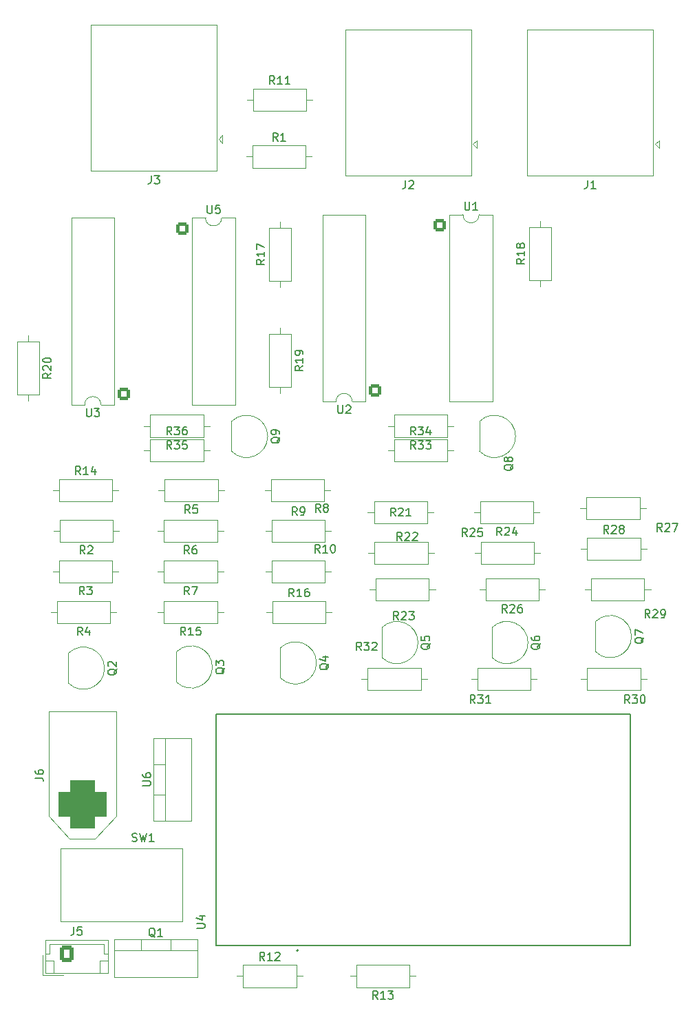
<source format=gto>
G04 #@! TF.GenerationSoftware,KiCad,Pcbnew,9.0.2*
G04 #@! TF.CreationDate,2025-06-26T10:54:21-04:00*
G04 #@! TF.ProjectId,caeluspcb,6361656c-7573-4706-9362-2e6b69636164,rev?*
G04 #@! TF.SameCoordinates,Original*
G04 #@! TF.FileFunction,Legend,Top*
G04 #@! TF.FilePolarity,Positive*
%FSLAX46Y46*%
G04 Gerber Fmt 4.6, Leading zero omitted, Abs format (unit mm)*
G04 Created by KiCad (PCBNEW 9.0.2) date 2025-06-26 10:54:21*
%MOMM*%
%LPD*%
G01*
G04 APERTURE LIST*
G04 Aperture macros list*
%AMRoundRect*
0 Rectangle with rounded corners*
0 $1 Rounding radius*
0 $2 $3 $4 $5 $6 $7 $8 $9 X,Y pos of 4 corners*
0 Add a 4 corners polygon primitive as box body*
4,1,4,$2,$3,$4,$5,$6,$7,$8,$9,$2,$3,0*
0 Add four circle primitives for the rounded corners*
1,1,$1+$1,$2,$3*
1,1,$1+$1,$4,$5*
1,1,$1+$1,$6,$7*
1,1,$1+$1,$8,$9*
0 Add four rect primitives between the rounded corners*
20,1,$1+$1,$2,$3,$4,$5,0*
20,1,$1+$1,$4,$5,$6,$7,0*
20,1,$1+$1,$6,$7,$8,$9,0*
20,1,$1+$1,$8,$9,$2,$3,0*%
G04 Aperture macros list end*
%ADD10C,0.150000*%
%ADD11C,0.120000*%
%ADD12C,0.101600*%
%ADD13C,0.127000*%
%ADD14C,0.200000*%
%ADD15R,1.300000X1.300000*%
%ADD16C,1.300000*%
%ADD17C,1.600000*%
%ADD18RoundRect,0.250000X0.550000X0.550000X-0.550000X0.550000X-0.550000X-0.550000X0.550000X-0.550000X0*%
%ADD19C,3.200000*%
%ADD20R,1.500000X1.500000*%
%ADD21C,1.500000*%
%ADD22RoundRect,1.500000X1.500000X-1.500000X1.500000X1.500000X-1.500000X1.500000X-1.500000X-1.500000X0*%
%ADD23C,6.000000*%
%ADD24C,2.921000*%
%ADD25R,2.000000X1.905000*%
%ADD26O,2.000000X1.905000*%
%ADD27R,1.905000X2.000000*%
%ADD28O,1.905000X2.000000*%
%ADD29C,3.000000*%
%ADD30R,2.000000X2.000000*%
%ADD31C,2.000000*%
%ADD32RoundRect,0.250000X-0.550000X-0.550000X0.550000X-0.550000X0.550000X0.550000X-0.550000X0.550000X0*%
%ADD33RoundRect,0.250000X-0.600000X-0.750000X0.600000X-0.750000X0.600000X0.750000X-0.600000X0.750000X0*%
%ADD34O,1.700000X2.000000*%
G04 APERTURE END LIST*
D10*
X80340057Y-144595238D02*
X80292438Y-144690476D01*
X80292438Y-144690476D02*
X80197200Y-144785714D01*
X80197200Y-144785714D02*
X80054342Y-144928571D01*
X80054342Y-144928571D02*
X80006723Y-145023809D01*
X80006723Y-145023809D02*
X80006723Y-145119047D01*
X80244819Y-145071428D02*
X80197200Y-145166666D01*
X80197200Y-145166666D02*
X80101961Y-145261904D01*
X80101961Y-145261904D02*
X79911485Y-145309523D01*
X79911485Y-145309523D02*
X79578152Y-145309523D01*
X79578152Y-145309523D02*
X79387676Y-145261904D01*
X79387676Y-145261904D02*
X79292438Y-145166666D01*
X79292438Y-145166666D02*
X79244819Y-145071428D01*
X79244819Y-145071428D02*
X79244819Y-144880952D01*
X79244819Y-144880952D02*
X79292438Y-144785714D01*
X79292438Y-144785714D02*
X79387676Y-144690476D01*
X79387676Y-144690476D02*
X79578152Y-144642857D01*
X79578152Y-144642857D02*
X79911485Y-144642857D01*
X79911485Y-144642857D02*
X80101961Y-144690476D01*
X80101961Y-144690476D02*
X80197200Y-144785714D01*
X80197200Y-144785714D02*
X80244819Y-144880952D01*
X80244819Y-144880952D02*
X80244819Y-145071428D01*
X79578152Y-143785714D02*
X80244819Y-143785714D01*
X79197200Y-144023809D02*
X79911485Y-144261904D01*
X79911485Y-144261904D02*
X79911485Y-143642857D01*
X46192319Y-108902857D02*
X45716128Y-109236190D01*
X46192319Y-109474285D02*
X45192319Y-109474285D01*
X45192319Y-109474285D02*
X45192319Y-109093333D01*
X45192319Y-109093333D02*
X45239938Y-108998095D01*
X45239938Y-108998095D02*
X45287557Y-108950476D01*
X45287557Y-108950476D02*
X45382795Y-108902857D01*
X45382795Y-108902857D02*
X45525652Y-108902857D01*
X45525652Y-108902857D02*
X45620890Y-108950476D01*
X45620890Y-108950476D02*
X45668509Y-108998095D01*
X45668509Y-108998095D02*
X45716128Y-109093333D01*
X45716128Y-109093333D02*
X45716128Y-109474285D01*
X45287557Y-108521904D02*
X45239938Y-108474285D01*
X45239938Y-108474285D02*
X45192319Y-108379047D01*
X45192319Y-108379047D02*
X45192319Y-108140952D01*
X45192319Y-108140952D02*
X45239938Y-108045714D01*
X45239938Y-108045714D02*
X45287557Y-107998095D01*
X45287557Y-107998095D02*
X45382795Y-107950476D01*
X45382795Y-107950476D02*
X45478033Y-107950476D01*
X45478033Y-107950476D02*
X45620890Y-107998095D01*
X45620890Y-107998095D02*
X46192319Y-108569523D01*
X46192319Y-108569523D02*
X46192319Y-107950476D01*
X45192319Y-107331428D02*
X45192319Y-107236190D01*
X45192319Y-107236190D02*
X45239938Y-107140952D01*
X45239938Y-107140952D02*
X45287557Y-107093333D01*
X45287557Y-107093333D02*
X45382795Y-107045714D01*
X45382795Y-107045714D02*
X45573271Y-106998095D01*
X45573271Y-106998095D02*
X45811366Y-106998095D01*
X45811366Y-106998095D02*
X46001842Y-107045714D01*
X46001842Y-107045714D02*
X46097080Y-107093333D01*
X46097080Y-107093333D02*
X46144700Y-107140952D01*
X46144700Y-107140952D02*
X46192319Y-107236190D01*
X46192319Y-107236190D02*
X46192319Y-107331428D01*
X46192319Y-107331428D02*
X46144700Y-107426666D01*
X46144700Y-107426666D02*
X46097080Y-107474285D01*
X46097080Y-107474285D02*
X46001842Y-107521904D01*
X46001842Y-107521904D02*
X45811366Y-107569523D01*
X45811366Y-107569523D02*
X45573271Y-107569523D01*
X45573271Y-107569523D02*
X45382795Y-107521904D01*
X45382795Y-107521904D02*
X45287557Y-107474285D01*
X45287557Y-107474285D02*
X45239938Y-107426666D01*
X45239938Y-107426666D02*
X45192319Y-107331428D01*
X104452319Y-94822857D02*
X103976128Y-95156190D01*
X104452319Y-95394285D02*
X103452319Y-95394285D01*
X103452319Y-95394285D02*
X103452319Y-95013333D01*
X103452319Y-95013333D02*
X103499938Y-94918095D01*
X103499938Y-94918095D02*
X103547557Y-94870476D01*
X103547557Y-94870476D02*
X103642795Y-94822857D01*
X103642795Y-94822857D02*
X103785652Y-94822857D01*
X103785652Y-94822857D02*
X103880890Y-94870476D01*
X103880890Y-94870476D02*
X103928509Y-94918095D01*
X103928509Y-94918095D02*
X103976128Y-95013333D01*
X103976128Y-95013333D02*
X103976128Y-95394285D01*
X104452319Y-93870476D02*
X104452319Y-94441904D01*
X104452319Y-94156190D02*
X103452319Y-94156190D01*
X103452319Y-94156190D02*
X103595176Y-94251428D01*
X103595176Y-94251428D02*
X103690414Y-94346666D01*
X103690414Y-94346666D02*
X103738033Y-94441904D01*
X103880890Y-93299047D02*
X103833271Y-93394285D01*
X103833271Y-93394285D02*
X103785652Y-93441904D01*
X103785652Y-93441904D02*
X103690414Y-93489523D01*
X103690414Y-93489523D02*
X103642795Y-93489523D01*
X103642795Y-93489523D02*
X103547557Y-93441904D01*
X103547557Y-93441904D02*
X103499938Y-93394285D01*
X103499938Y-93394285D02*
X103452319Y-93299047D01*
X103452319Y-93299047D02*
X103452319Y-93108571D01*
X103452319Y-93108571D02*
X103499938Y-93013333D01*
X103499938Y-93013333D02*
X103547557Y-92965714D01*
X103547557Y-92965714D02*
X103642795Y-92918095D01*
X103642795Y-92918095D02*
X103690414Y-92918095D01*
X103690414Y-92918095D02*
X103785652Y-92965714D01*
X103785652Y-92965714D02*
X103833271Y-93013333D01*
X103833271Y-93013333D02*
X103880890Y-93108571D01*
X103880890Y-93108571D02*
X103880890Y-93299047D01*
X103880890Y-93299047D02*
X103928509Y-93394285D01*
X103928509Y-93394285D02*
X103976128Y-93441904D01*
X103976128Y-93441904D02*
X104071366Y-93489523D01*
X104071366Y-93489523D02*
X104261842Y-93489523D01*
X104261842Y-93489523D02*
X104357080Y-93441904D01*
X104357080Y-93441904D02*
X104404700Y-93394285D01*
X104404700Y-93394285D02*
X104452319Y-93299047D01*
X104452319Y-93299047D02*
X104452319Y-93108571D01*
X104452319Y-93108571D02*
X104404700Y-93013333D01*
X104404700Y-93013333D02*
X104357080Y-92965714D01*
X104357080Y-92965714D02*
X104261842Y-92918095D01*
X104261842Y-92918095D02*
X104071366Y-92918095D01*
X104071366Y-92918095D02*
X103976128Y-92965714D01*
X103976128Y-92965714D02*
X103928509Y-93013333D01*
X103928509Y-93013333D02*
X103880890Y-93108571D01*
X81473095Y-112824819D02*
X81473095Y-113634342D01*
X81473095Y-113634342D02*
X81520714Y-113729580D01*
X81520714Y-113729580D02*
X81568333Y-113777200D01*
X81568333Y-113777200D02*
X81663571Y-113824819D01*
X81663571Y-113824819D02*
X81854047Y-113824819D01*
X81854047Y-113824819D02*
X81949285Y-113777200D01*
X81949285Y-113777200D02*
X81996904Y-113729580D01*
X81996904Y-113729580D02*
X82044523Y-113634342D01*
X82044523Y-113634342D02*
X82044523Y-112824819D01*
X82473095Y-112920057D02*
X82520714Y-112872438D01*
X82520714Y-112872438D02*
X82615952Y-112824819D01*
X82615952Y-112824819D02*
X82854047Y-112824819D01*
X82854047Y-112824819D02*
X82949285Y-112872438D01*
X82949285Y-112872438D02*
X82996904Y-112920057D01*
X82996904Y-112920057D02*
X83044523Y-113015295D01*
X83044523Y-113015295D02*
X83044523Y-113110533D01*
X83044523Y-113110533D02*
X82996904Y-113253390D01*
X82996904Y-113253390D02*
X82425476Y-113824819D01*
X82425476Y-113824819D02*
X83044523Y-113824819D01*
X101627142Y-128824819D02*
X101293809Y-128348628D01*
X101055714Y-128824819D02*
X101055714Y-127824819D01*
X101055714Y-127824819D02*
X101436666Y-127824819D01*
X101436666Y-127824819D02*
X101531904Y-127872438D01*
X101531904Y-127872438D02*
X101579523Y-127920057D01*
X101579523Y-127920057D02*
X101627142Y-128015295D01*
X101627142Y-128015295D02*
X101627142Y-128158152D01*
X101627142Y-128158152D02*
X101579523Y-128253390D01*
X101579523Y-128253390D02*
X101531904Y-128301009D01*
X101531904Y-128301009D02*
X101436666Y-128348628D01*
X101436666Y-128348628D02*
X101055714Y-128348628D01*
X102008095Y-127920057D02*
X102055714Y-127872438D01*
X102055714Y-127872438D02*
X102150952Y-127824819D01*
X102150952Y-127824819D02*
X102389047Y-127824819D01*
X102389047Y-127824819D02*
X102484285Y-127872438D01*
X102484285Y-127872438D02*
X102531904Y-127920057D01*
X102531904Y-127920057D02*
X102579523Y-128015295D01*
X102579523Y-128015295D02*
X102579523Y-128110533D01*
X102579523Y-128110533D02*
X102531904Y-128253390D01*
X102531904Y-128253390D02*
X101960476Y-128824819D01*
X101960476Y-128824819D02*
X102579523Y-128824819D01*
X103436666Y-128158152D02*
X103436666Y-128824819D01*
X103198571Y-127777200D02*
X102960476Y-128491485D01*
X102960476Y-128491485D02*
X103579523Y-128491485D01*
X84357142Y-142954819D02*
X84023809Y-142478628D01*
X83785714Y-142954819D02*
X83785714Y-141954819D01*
X83785714Y-141954819D02*
X84166666Y-141954819D01*
X84166666Y-141954819D02*
X84261904Y-142002438D01*
X84261904Y-142002438D02*
X84309523Y-142050057D01*
X84309523Y-142050057D02*
X84357142Y-142145295D01*
X84357142Y-142145295D02*
X84357142Y-142288152D01*
X84357142Y-142288152D02*
X84309523Y-142383390D01*
X84309523Y-142383390D02*
X84261904Y-142431009D01*
X84261904Y-142431009D02*
X84166666Y-142478628D01*
X84166666Y-142478628D02*
X83785714Y-142478628D01*
X84690476Y-141954819D02*
X85309523Y-141954819D01*
X85309523Y-141954819D02*
X84976190Y-142335771D01*
X84976190Y-142335771D02*
X85119047Y-142335771D01*
X85119047Y-142335771D02*
X85214285Y-142383390D01*
X85214285Y-142383390D02*
X85261904Y-142431009D01*
X85261904Y-142431009D02*
X85309523Y-142526247D01*
X85309523Y-142526247D02*
X85309523Y-142764342D01*
X85309523Y-142764342D02*
X85261904Y-142859580D01*
X85261904Y-142859580D02*
X85214285Y-142907200D01*
X85214285Y-142907200D02*
X85119047Y-142954819D01*
X85119047Y-142954819D02*
X84833333Y-142954819D01*
X84833333Y-142954819D02*
X84738095Y-142907200D01*
X84738095Y-142907200D02*
X84690476Y-142859580D01*
X85690476Y-142050057D02*
X85738095Y-142002438D01*
X85738095Y-142002438D02*
X85833333Y-141954819D01*
X85833333Y-141954819D02*
X86071428Y-141954819D01*
X86071428Y-141954819D02*
X86166666Y-142002438D01*
X86166666Y-142002438D02*
X86214285Y-142050057D01*
X86214285Y-142050057D02*
X86261904Y-142145295D01*
X86261904Y-142145295D02*
X86261904Y-142240533D01*
X86261904Y-142240533D02*
X86214285Y-142383390D01*
X86214285Y-142383390D02*
X85642857Y-142954819D01*
X85642857Y-142954819D02*
X86261904Y-142954819D01*
X102277142Y-138324819D02*
X101943809Y-137848628D01*
X101705714Y-138324819D02*
X101705714Y-137324819D01*
X101705714Y-137324819D02*
X102086666Y-137324819D01*
X102086666Y-137324819D02*
X102181904Y-137372438D01*
X102181904Y-137372438D02*
X102229523Y-137420057D01*
X102229523Y-137420057D02*
X102277142Y-137515295D01*
X102277142Y-137515295D02*
X102277142Y-137658152D01*
X102277142Y-137658152D02*
X102229523Y-137753390D01*
X102229523Y-137753390D02*
X102181904Y-137801009D01*
X102181904Y-137801009D02*
X102086666Y-137848628D01*
X102086666Y-137848628D02*
X101705714Y-137848628D01*
X102658095Y-137420057D02*
X102705714Y-137372438D01*
X102705714Y-137372438D02*
X102800952Y-137324819D01*
X102800952Y-137324819D02*
X103039047Y-137324819D01*
X103039047Y-137324819D02*
X103134285Y-137372438D01*
X103134285Y-137372438D02*
X103181904Y-137420057D01*
X103181904Y-137420057D02*
X103229523Y-137515295D01*
X103229523Y-137515295D02*
X103229523Y-137610533D01*
X103229523Y-137610533D02*
X103181904Y-137753390D01*
X103181904Y-137753390D02*
X102610476Y-138324819D01*
X102610476Y-138324819D02*
X103229523Y-138324819D01*
X104086666Y-137324819D02*
X103896190Y-137324819D01*
X103896190Y-137324819D02*
X103800952Y-137372438D01*
X103800952Y-137372438D02*
X103753333Y-137420057D01*
X103753333Y-137420057D02*
X103658095Y-137562914D01*
X103658095Y-137562914D02*
X103610476Y-137753390D01*
X103610476Y-137753390D02*
X103610476Y-138134342D01*
X103610476Y-138134342D02*
X103658095Y-138229580D01*
X103658095Y-138229580D02*
X103705714Y-138277200D01*
X103705714Y-138277200D02*
X103800952Y-138324819D01*
X103800952Y-138324819D02*
X103991428Y-138324819D01*
X103991428Y-138324819D02*
X104086666Y-138277200D01*
X104086666Y-138277200D02*
X104134285Y-138229580D01*
X104134285Y-138229580D02*
X104181904Y-138134342D01*
X104181904Y-138134342D02*
X104181904Y-137896247D01*
X104181904Y-137896247D02*
X104134285Y-137801009D01*
X104134285Y-137801009D02*
X104086666Y-137753390D01*
X104086666Y-137753390D02*
X103991428Y-137705771D01*
X103991428Y-137705771D02*
X103800952Y-137705771D01*
X103800952Y-137705771D02*
X103705714Y-137753390D01*
X103705714Y-137753390D02*
X103658095Y-137801009D01*
X103658095Y-137801009D02*
X103610476Y-137896247D01*
X89801666Y-85184819D02*
X89801666Y-85899104D01*
X89801666Y-85899104D02*
X89754047Y-86041961D01*
X89754047Y-86041961D02*
X89658809Y-86137200D01*
X89658809Y-86137200D02*
X89515952Y-86184819D01*
X89515952Y-86184819D02*
X89420714Y-86184819D01*
X90230238Y-85280057D02*
X90277857Y-85232438D01*
X90277857Y-85232438D02*
X90373095Y-85184819D01*
X90373095Y-85184819D02*
X90611190Y-85184819D01*
X90611190Y-85184819D02*
X90706428Y-85232438D01*
X90706428Y-85232438D02*
X90754047Y-85280057D01*
X90754047Y-85280057D02*
X90801666Y-85375295D01*
X90801666Y-85375295D02*
X90801666Y-85470533D01*
X90801666Y-85470533D02*
X90754047Y-85613390D01*
X90754047Y-85613390D02*
X90182619Y-86184819D01*
X90182619Y-86184819D02*
X90801666Y-86184819D01*
X88547142Y-126454819D02*
X88213809Y-125978628D01*
X87975714Y-126454819D02*
X87975714Y-125454819D01*
X87975714Y-125454819D02*
X88356666Y-125454819D01*
X88356666Y-125454819D02*
X88451904Y-125502438D01*
X88451904Y-125502438D02*
X88499523Y-125550057D01*
X88499523Y-125550057D02*
X88547142Y-125645295D01*
X88547142Y-125645295D02*
X88547142Y-125788152D01*
X88547142Y-125788152D02*
X88499523Y-125883390D01*
X88499523Y-125883390D02*
X88451904Y-125931009D01*
X88451904Y-125931009D02*
X88356666Y-125978628D01*
X88356666Y-125978628D02*
X87975714Y-125978628D01*
X88928095Y-125550057D02*
X88975714Y-125502438D01*
X88975714Y-125502438D02*
X89070952Y-125454819D01*
X89070952Y-125454819D02*
X89309047Y-125454819D01*
X89309047Y-125454819D02*
X89404285Y-125502438D01*
X89404285Y-125502438D02*
X89451904Y-125550057D01*
X89451904Y-125550057D02*
X89499523Y-125645295D01*
X89499523Y-125645295D02*
X89499523Y-125740533D01*
X89499523Y-125740533D02*
X89451904Y-125883390D01*
X89451904Y-125883390D02*
X88880476Y-126454819D01*
X88880476Y-126454819D02*
X89499523Y-126454819D01*
X90451904Y-126454819D02*
X89880476Y-126454819D01*
X90166190Y-126454819D02*
X90166190Y-125454819D01*
X90166190Y-125454819D02*
X90070952Y-125597676D01*
X90070952Y-125597676D02*
X89975714Y-125692914D01*
X89975714Y-125692914D02*
X89880476Y-125740533D01*
X63183333Y-136094819D02*
X62850000Y-135618628D01*
X62611905Y-136094819D02*
X62611905Y-135094819D01*
X62611905Y-135094819D02*
X62992857Y-135094819D01*
X62992857Y-135094819D02*
X63088095Y-135142438D01*
X63088095Y-135142438D02*
X63135714Y-135190057D01*
X63135714Y-135190057D02*
X63183333Y-135285295D01*
X63183333Y-135285295D02*
X63183333Y-135428152D01*
X63183333Y-135428152D02*
X63135714Y-135523390D01*
X63135714Y-135523390D02*
X63088095Y-135571009D01*
X63088095Y-135571009D02*
X62992857Y-135618628D01*
X62992857Y-135618628D02*
X62611905Y-135618628D01*
X63516667Y-135094819D02*
X64183333Y-135094819D01*
X64183333Y-135094819D02*
X63754762Y-136094819D01*
X89357142Y-129454819D02*
X89023809Y-128978628D01*
X88785714Y-129454819D02*
X88785714Y-128454819D01*
X88785714Y-128454819D02*
X89166666Y-128454819D01*
X89166666Y-128454819D02*
X89261904Y-128502438D01*
X89261904Y-128502438D02*
X89309523Y-128550057D01*
X89309523Y-128550057D02*
X89357142Y-128645295D01*
X89357142Y-128645295D02*
X89357142Y-128788152D01*
X89357142Y-128788152D02*
X89309523Y-128883390D01*
X89309523Y-128883390D02*
X89261904Y-128931009D01*
X89261904Y-128931009D02*
X89166666Y-128978628D01*
X89166666Y-128978628D02*
X88785714Y-128978628D01*
X89738095Y-128550057D02*
X89785714Y-128502438D01*
X89785714Y-128502438D02*
X89880952Y-128454819D01*
X89880952Y-128454819D02*
X90119047Y-128454819D01*
X90119047Y-128454819D02*
X90214285Y-128502438D01*
X90214285Y-128502438D02*
X90261904Y-128550057D01*
X90261904Y-128550057D02*
X90309523Y-128645295D01*
X90309523Y-128645295D02*
X90309523Y-128740533D01*
X90309523Y-128740533D02*
X90261904Y-128883390D01*
X90261904Y-128883390D02*
X89690476Y-129454819D01*
X89690476Y-129454819D02*
X90309523Y-129454819D01*
X90690476Y-128550057D02*
X90738095Y-128502438D01*
X90738095Y-128502438D02*
X90833333Y-128454819D01*
X90833333Y-128454819D02*
X91071428Y-128454819D01*
X91071428Y-128454819D02*
X91166666Y-128502438D01*
X91166666Y-128502438D02*
X91214285Y-128550057D01*
X91214285Y-128550057D02*
X91261904Y-128645295D01*
X91261904Y-128645295D02*
X91261904Y-128740533D01*
X91261904Y-128740533D02*
X91214285Y-128883390D01*
X91214285Y-128883390D02*
X90642857Y-129454819D01*
X90642857Y-129454819D02*
X91261904Y-129454819D01*
X49787142Y-121354819D02*
X49453809Y-120878628D01*
X49215714Y-121354819D02*
X49215714Y-120354819D01*
X49215714Y-120354819D02*
X49596666Y-120354819D01*
X49596666Y-120354819D02*
X49691904Y-120402438D01*
X49691904Y-120402438D02*
X49739523Y-120450057D01*
X49739523Y-120450057D02*
X49787142Y-120545295D01*
X49787142Y-120545295D02*
X49787142Y-120688152D01*
X49787142Y-120688152D02*
X49739523Y-120783390D01*
X49739523Y-120783390D02*
X49691904Y-120831009D01*
X49691904Y-120831009D02*
X49596666Y-120878628D01*
X49596666Y-120878628D02*
X49215714Y-120878628D01*
X50739523Y-121354819D02*
X50168095Y-121354819D01*
X50453809Y-121354819D02*
X50453809Y-120354819D01*
X50453809Y-120354819D02*
X50358571Y-120497676D01*
X50358571Y-120497676D02*
X50263333Y-120592914D01*
X50263333Y-120592914D02*
X50168095Y-120640533D01*
X51596666Y-120688152D02*
X51596666Y-121354819D01*
X51358571Y-120307200D02*
X51120476Y-121021485D01*
X51120476Y-121021485D02*
X51739523Y-121021485D01*
X112191666Y-85184819D02*
X112191666Y-85899104D01*
X112191666Y-85899104D02*
X112144047Y-86041961D01*
X112144047Y-86041961D02*
X112048809Y-86137200D01*
X112048809Y-86137200D02*
X111905952Y-86184819D01*
X111905952Y-86184819D02*
X111810714Y-86184819D01*
X113191666Y-86184819D02*
X112620238Y-86184819D01*
X112905952Y-86184819D02*
X112905952Y-85184819D01*
X112905952Y-85184819D02*
X112810714Y-85327676D01*
X112810714Y-85327676D02*
X112715476Y-85422914D01*
X112715476Y-85422914D02*
X112620238Y-85470533D01*
X44229819Y-158633333D02*
X44944104Y-158633333D01*
X44944104Y-158633333D02*
X45086961Y-158680952D01*
X45086961Y-158680952D02*
X45182200Y-158776190D01*
X45182200Y-158776190D02*
X45229819Y-158919047D01*
X45229819Y-158919047D02*
X45229819Y-159014285D01*
X44229819Y-157728571D02*
X44229819Y-157919047D01*
X44229819Y-157919047D02*
X44277438Y-158014285D01*
X44277438Y-158014285D02*
X44325057Y-158061904D01*
X44325057Y-158061904D02*
X44467914Y-158157142D01*
X44467914Y-158157142D02*
X44658390Y-158204761D01*
X44658390Y-158204761D02*
X45039342Y-158204761D01*
X45039342Y-158204761D02*
X45134580Y-158157142D01*
X45134580Y-158157142D02*
X45182200Y-158109523D01*
X45182200Y-158109523D02*
X45229819Y-158014285D01*
X45229819Y-158014285D02*
X45229819Y-157823809D01*
X45229819Y-157823809D02*
X45182200Y-157728571D01*
X45182200Y-157728571D02*
X45134580Y-157680952D01*
X45134580Y-157680952D02*
X45039342Y-157633333D01*
X45039342Y-157633333D02*
X44801247Y-157633333D01*
X44801247Y-157633333D02*
X44706009Y-157680952D01*
X44706009Y-157680952D02*
X44658390Y-157728571D01*
X44658390Y-157728571D02*
X44610771Y-157823809D01*
X44610771Y-157823809D02*
X44610771Y-158014285D01*
X44610771Y-158014285D02*
X44658390Y-158109523D01*
X44658390Y-158109523D02*
X44706009Y-158157142D01*
X44706009Y-158157142D02*
X44801247Y-158204761D01*
X74350057Y-116745238D02*
X74302438Y-116840476D01*
X74302438Y-116840476D02*
X74207200Y-116935714D01*
X74207200Y-116935714D02*
X74064342Y-117078571D01*
X74064342Y-117078571D02*
X74016723Y-117173809D01*
X74016723Y-117173809D02*
X74016723Y-117269047D01*
X74254819Y-117221428D02*
X74207200Y-117316666D01*
X74207200Y-117316666D02*
X74111961Y-117411904D01*
X74111961Y-117411904D02*
X73921485Y-117459523D01*
X73921485Y-117459523D02*
X73588152Y-117459523D01*
X73588152Y-117459523D02*
X73397676Y-117411904D01*
X73397676Y-117411904D02*
X73302438Y-117316666D01*
X73302438Y-117316666D02*
X73254819Y-117221428D01*
X73254819Y-117221428D02*
X73254819Y-117030952D01*
X73254819Y-117030952D02*
X73302438Y-116935714D01*
X73302438Y-116935714D02*
X73397676Y-116840476D01*
X73397676Y-116840476D02*
X73588152Y-116792857D01*
X73588152Y-116792857D02*
X73921485Y-116792857D01*
X73921485Y-116792857D02*
X74111961Y-116840476D01*
X74111961Y-116840476D02*
X74207200Y-116935714D01*
X74207200Y-116935714D02*
X74254819Y-117030952D01*
X74254819Y-117030952D02*
X74254819Y-117221428D01*
X74254819Y-116316666D02*
X74254819Y-116126190D01*
X74254819Y-116126190D02*
X74207200Y-116030952D01*
X74207200Y-116030952D02*
X74159580Y-115983333D01*
X74159580Y-115983333D02*
X74016723Y-115888095D01*
X74016723Y-115888095D02*
X73826247Y-115840476D01*
X73826247Y-115840476D02*
X73445295Y-115840476D01*
X73445295Y-115840476D02*
X73350057Y-115888095D01*
X73350057Y-115888095D02*
X73302438Y-115935714D01*
X73302438Y-115935714D02*
X73254819Y-116030952D01*
X73254819Y-116030952D02*
X73254819Y-116221428D01*
X73254819Y-116221428D02*
X73302438Y-116316666D01*
X73302438Y-116316666D02*
X73350057Y-116364285D01*
X73350057Y-116364285D02*
X73445295Y-116411904D01*
X73445295Y-116411904D02*
X73683390Y-116411904D01*
X73683390Y-116411904D02*
X73778628Y-116364285D01*
X73778628Y-116364285D02*
X73826247Y-116316666D01*
X73826247Y-116316666D02*
X73873866Y-116221428D01*
X73873866Y-116221428D02*
X73873866Y-116030952D01*
X73873866Y-116030952D02*
X73826247Y-115935714D01*
X73826247Y-115935714D02*
X73778628Y-115888095D01*
X73778628Y-115888095D02*
X73683390Y-115840476D01*
X50023333Y-141094819D02*
X49690000Y-140618628D01*
X49451905Y-141094819D02*
X49451905Y-140094819D01*
X49451905Y-140094819D02*
X49832857Y-140094819D01*
X49832857Y-140094819D02*
X49928095Y-140142438D01*
X49928095Y-140142438D02*
X49975714Y-140190057D01*
X49975714Y-140190057D02*
X50023333Y-140285295D01*
X50023333Y-140285295D02*
X50023333Y-140428152D01*
X50023333Y-140428152D02*
X49975714Y-140523390D01*
X49975714Y-140523390D02*
X49928095Y-140571009D01*
X49928095Y-140571009D02*
X49832857Y-140618628D01*
X49832857Y-140618628D02*
X49451905Y-140618628D01*
X50880476Y-140428152D02*
X50880476Y-141094819D01*
X50642381Y-140047200D02*
X50404286Y-140761485D01*
X50404286Y-140761485D02*
X51023333Y-140761485D01*
X72452319Y-94902857D02*
X71976128Y-95236190D01*
X72452319Y-95474285D02*
X71452319Y-95474285D01*
X71452319Y-95474285D02*
X71452319Y-95093333D01*
X71452319Y-95093333D02*
X71499938Y-94998095D01*
X71499938Y-94998095D02*
X71547557Y-94950476D01*
X71547557Y-94950476D02*
X71642795Y-94902857D01*
X71642795Y-94902857D02*
X71785652Y-94902857D01*
X71785652Y-94902857D02*
X71880890Y-94950476D01*
X71880890Y-94950476D02*
X71928509Y-94998095D01*
X71928509Y-94998095D02*
X71976128Y-95093333D01*
X71976128Y-95093333D02*
X71976128Y-95474285D01*
X72452319Y-93950476D02*
X72452319Y-94521904D01*
X72452319Y-94236190D02*
X71452319Y-94236190D01*
X71452319Y-94236190D02*
X71595176Y-94331428D01*
X71595176Y-94331428D02*
X71690414Y-94426666D01*
X71690414Y-94426666D02*
X71738033Y-94521904D01*
X71452319Y-93617142D02*
X71452319Y-92950476D01*
X71452319Y-92950476D02*
X72452319Y-93379047D01*
X76453333Y-126354819D02*
X76120000Y-125878628D01*
X75881905Y-126354819D02*
X75881905Y-125354819D01*
X75881905Y-125354819D02*
X76262857Y-125354819D01*
X76262857Y-125354819D02*
X76358095Y-125402438D01*
X76358095Y-125402438D02*
X76405714Y-125450057D01*
X76405714Y-125450057D02*
X76453333Y-125545295D01*
X76453333Y-125545295D02*
X76453333Y-125688152D01*
X76453333Y-125688152D02*
X76405714Y-125783390D01*
X76405714Y-125783390D02*
X76358095Y-125831009D01*
X76358095Y-125831009D02*
X76262857Y-125878628D01*
X76262857Y-125878628D02*
X75881905Y-125878628D01*
X76929524Y-126354819D02*
X77120000Y-126354819D01*
X77120000Y-126354819D02*
X77215238Y-126307200D01*
X77215238Y-126307200D02*
X77262857Y-126259580D01*
X77262857Y-126259580D02*
X77358095Y-126116723D01*
X77358095Y-126116723D02*
X77405714Y-125926247D01*
X77405714Y-125926247D02*
X77405714Y-125545295D01*
X77405714Y-125545295D02*
X77358095Y-125450057D01*
X77358095Y-125450057D02*
X77310476Y-125402438D01*
X77310476Y-125402438D02*
X77215238Y-125354819D01*
X77215238Y-125354819D02*
X77024762Y-125354819D01*
X77024762Y-125354819D02*
X76929524Y-125402438D01*
X76929524Y-125402438D02*
X76881905Y-125450057D01*
X76881905Y-125450057D02*
X76834286Y-125545295D01*
X76834286Y-125545295D02*
X76834286Y-125783390D01*
X76834286Y-125783390D02*
X76881905Y-125878628D01*
X76881905Y-125878628D02*
X76929524Y-125926247D01*
X76929524Y-125926247D02*
X77024762Y-125973866D01*
X77024762Y-125973866D02*
X77215238Y-125973866D01*
X77215238Y-125973866D02*
X77310476Y-125926247D01*
X77310476Y-125926247D02*
X77358095Y-125878628D01*
X77358095Y-125878628D02*
X77405714Y-125783390D01*
X74073333Y-80344819D02*
X73740000Y-79868628D01*
X73501905Y-80344819D02*
X73501905Y-79344819D01*
X73501905Y-79344819D02*
X73882857Y-79344819D01*
X73882857Y-79344819D02*
X73978095Y-79392438D01*
X73978095Y-79392438D02*
X74025714Y-79440057D01*
X74025714Y-79440057D02*
X74073333Y-79535295D01*
X74073333Y-79535295D02*
X74073333Y-79678152D01*
X74073333Y-79678152D02*
X74025714Y-79773390D01*
X74025714Y-79773390D02*
X73978095Y-79821009D01*
X73978095Y-79821009D02*
X73882857Y-79868628D01*
X73882857Y-79868628D02*
X73501905Y-79868628D01*
X75025714Y-80344819D02*
X74454286Y-80344819D01*
X74740000Y-80344819D02*
X74740000Y-79344819D01*
X74740000Y-79344819D02*
X74644762Y-79487676D01*
X74644762Y-79487676D02*
X74549524Y-79582914D01*
X74549524Y-79582914D02*
X74454286Y-79630533D01*
X114777142Y-128584819D02*
X114443809Y-128108628D01*
X114205714Y-128584819D02*
X114205714Y-127584819D01*
X114205714Y-127584819D02*
X114586666Y-127584819D01*
X114586666Y-127584819D02*
X114681904Y-127632438D01*
X114681904Y-127632438D02*
X114729523Y-127680057D01*
X114729523Y-127680057D02*
X114777142Y-127775295D01*
X114777142Y-127775295D02*
X114777142Y-127918152D01*
X114777142Y-127918152D02*
X114729523Y-128013390D01*
X114729523Y-128013390D02*
X114681904Y-128061009D01*
X114681904Y-128061009D02*
X114586666Y-128108628D01*
X114586666Y-128108628D02*
X114205714Y-128108628D01*
X115158095Y-127680057D02*
X115205714Y-127632438D01*
X115205714Y-127632438D02*
X115300952Y-127584819D01*
X115300952Y-127584819D02*
X115539047Y-127584819D01*
X115539047Y-127584819D02*
X115634285Y-127632438D01*
X115634285Y-127632438D02*
X115681904Y-127680057D01*
X115681904Y-127680057D02*
X115729523Y-127775295D01*
X115729523Y-127775295D02*
X115729523Y-127870533D01*
X115729523Y-127870533D02*
X115681904Y-128013390D01*
X115681904Y-128013390D02*
X115110476Y-128584819D01*
X115110476Y-128584819D02*
X115729523Y-128584819D01*
X116300952Y-128013390D02*
X116205714Y-127965771D01*
X116205714Y-127965771D02*
X116158095Y-127918152D01*
X116158095Y-127918152D02*
X116110476Y-127822914D01*
X116110476Y-127822914D02*
X116110476Y-127775295D01*
X116110476Y-127775295D02*
X116158095Y-127680057D01*
X116158095Y-127680057D02*
X116205714Y-127632438D01*
X116205714Y-127632438D02*
X116300952Y-127584819D01*
X116300952Y-127584819D02*
X116491428Y-127584819D01*
X116491428Y-127584819D02*
X116586666Y-127632438D01*
X116586666Y-127632438D02*
X116634285Y-127680057D01*
X116634285Y-127680057D02*
X116681904Y-127775295D01*
X116681904Y-127775295D02*
X116681904Y-127822914D01*
X116681904Y-127822914D02*
X116634285Y-127918152D01*
X116634285Y-127918152D02*
X116586666Y-127965771D01*
X116586666Y-127965771D02*
X116491428Y-128013390D01*
X116491428Y-128013390D02*
X116300952Y-128013390D01*
X116300952Y-128013390D02*
X116205714Y-128061009D01*
X116205714Y-128061009D02*
X116158095Y-128108628D01*
X116158095Y-128108628D02*
X116110476Y-128203866D01*
X116110476Y-128203866D02*
X116110476Y-128394342D01*
X116110476Y-128394342D02*
X116158095Y-128489580D01*
X116158095Y-128489580D02*
X116205714Y-128537200D01*
X116205714Y-128537200D02*
X116300952Y-128584819D01*
X116300952Y-128584819D02*
X116491428Y-128584819D01*
X116491428Y-128584819D02*
X116586666Y-128537200D01*
X116586666Y-128537200D02*
X116634285Y-128489580D01*
X116634285Y-128489580D02*
X116681904Y-128394342D01*
X116681904Y-128394342D02*
X116681904Y-128203866D01*
X116681904Y-128203866D02*
X116634285Y-128108628D01*
X116634285Y-128108628D02*
X116586666Y-128061009D01*
X116586666Y-128061009D02*
X116491428Y-128013390D01*
X56166667Y-166407200D02*
X56309524Y-166454819D01*
X56309524Y-166454819D02*
X56547619Y-166454819D01*
X56547619Y-166454819D02*
X56642857Y-166407200D01*
X56642857Y-166407200D02*
X56690476Y-166359580D01*
X56690476Y-166359580D02*
X56738095Y-166264342D01*
X56738095Y-166264342D02*
X56738095Y-166169104D01*
X56738095Y-166169104D02*
X56690476Y-166073866D01*
X56690476Y-166073866D02*
X56642857Y-166026247D01*
X56642857Y-166026247D02*
X56547619Y-165978628D01*
X56547619Y-165978628D02*
X56357143Y-165931009D01*
X56357143Y-165931009D02*
X56261905Y-165883390D01*
X56261905Y-165883390D02*
X56214286Y-165835771D01*
X56214286Y-165835771D02*
X56166667Y-165740533D01*
X56166667Y-165740533D02*
X56166667Y-165645295D01*
X56166667Y-165645295D02*
X56214286Y-165550057D01*
X56214286Y-165550057D02*
X56261905Y-165502438D01*
X56261905Y-165502438D02*
X56357143Y-165454819D01*
X56357143Y-165454819D02*
X56595238Y-165454819D01*
X56595238Y-165454819D02*
X56738095Y-165502438D01*
X57071429Y-165454819D02*
X57309524Y-166454819D01*
X57309524Y-166454819D02*
X57500000Y-165740533D01*
X57500000Y-165740533D02*
X57690476Y-166454819D01*
X57690476Y-166454819D02*
X57928572Y-165454819D01*
X58833333Y-166454819D02*
X58261905Y-166454819D01*
X58547619Y-166454819D02*
X58547619Y-165454819D01*
X58547619Y-165454819D02*
X58452381Y-165597676D01*
X58452381Y-165597676D02*
X58357143Y-165692914D01*
X58357143Y-165692914D02*
X58261905Y-165740533D01*
X77192319Y-107982857D02*
X76716128Y-108316190D01*
X77192319Y-108554285D02*
X76192319Y-108554285D01*
X76192319Y-108554285D02*
X76192319Y-108173333D01*
X76192319Y-108173333D02*
X76239938Y-108078095D01*
X76239938Y-108078095D02*
X76287557Y-108030476D01*
X76287557Y-108030476D02*
X76382795Y-107982857D01*
X76382795Y-107982857D02*
X76525652Y-107982857D01*
X76525652Y-107982857D02*
X76620890Y-108030476D01*
X76620890Y-108030476D02*
X76668509Y-108078095D01*
X76668509Y-108078095D02*
X76716128Y-108173333D01*
X76716128Y-108173333D02*
X76716128Y-108554285D01*
X77192319Y-107030476D02*
X77192319Y-107601904D01*
X77192319Y-107316190D02*
X76192319Y-107316190D01*
X76192319Y-107316190D02*
X76335176Y-107411428D01*
X76335176Y-107411428D02*
X76430414Y-107506666D01*
X76430414Y-107506666D02*
X76478033Y-107601904D01*
X77192319Y-106554285D02*
X77192319Y-106363809D01*
X77192319Y-106363809D02*
X77144700Y-106268571D01*
X77144700Y-106268571D02*
X77097080Y-106220952D01*
X77097080Y-106220952D02*
X76954223Y-106125714D01*
X76954223Y-106125714D02*
X76763747Y-106078095D01*
X76763747Y-106078095D02*
X76382795Y-106078095D01*
X76382795Y-106078095D02*
X76287557Y-106125714D01*
X76287557Y-106125714D02*
X76239938Y-106173333D01*
X76239938Y-106173333D02*
X76192319Y-106268571D01*
X76192319Y-106268571D02*
X76192319Y-106459047D01*
X76192319Y-106459047D02*
X76239938Y-106554285D01*
X76239938Y-106554285D02*
X76287557Y-106601904D01*
X76287557Y-106601904D02*
X76382795Y-106649523D01*
X76382795Y-106649523D02*
X76620890Y-106649523D01*
X76620890Y-106649523D02*
X76716128Y-106601904D01*
X76716128Y-106601904D02*
X76763747Y-106554285D01*
X76763747Y-106554285D02*
X76811366Y-106459047D01*
X76811366Y-106459047D02*
X76811366Y-106268571D01*
X76811366Y-106268571D02*
X76763747Y-106173333D01*
X76763747Y-106173333D02*
X76716128Y-106125714D01*
X76716128Y-106125714D02*
X76620890Y-106078095D01*
X76057142Y-136354819D02*
X75723809Y-135878628D01*
X75485714Y-136354819D02*
X75485714Y-135354819D01*
X75485714Y-135354819D02*
X75866666Y-135354819D01*
X75866666Y-135354819D02*
X75961904Y-135402438D01*
X75961904Y-135402438D02*
X76009523Y-135450057D01*
X76009523Y-135450057D02*
X76057142Y-135545295D01*
X76057142Y-135545295D02*
X76057142Y-135688152D01*
X76057142Y-135688152D02*
X76009523Y-135783390D01*
X76009523Y-135783390D02*
X75961904Y-135831009D01*
X75961904Y-135831009D02*
X75866666Y-135878628D01*
X75866666Y-135878628D02*
X75485714Y-135878628D01*
X77009523Y-136354819D02*
X76438095Y-136354819D01*
X76723809Y-136354819D02*
X76723809Y-135354819D01*
X76723809Y-135354819D02*
X76628571Y-135497676D01*
X76628571Y-135497676D02*
X76533333Y-135592914D01*
X76533333Y-135592914D02*
X76438095Y-135640533D01*
X77866666Y-135354819D02*
X77676190Y-135354819D01*
X77676190Y-135354819D02*
X77580952Y-135402438D01*
X77580952Y-135402438D02*
X77533333Y-135450057D01*
X77533333Y-135450057D02*
X77438095Y-135592914D01*
X77438095Y-135592914D02*
X77390476Y-135783390D01*
X77390476Y-135783390D02*
X77390476Y-136164342D01*
X77390476Y-136164342D02*
X77438095Y-136259580D01*
X77438095Y-136259580D02*
X77485714Y-136307200D01*
X77485714Y-136307200D02*
X77580952Y-136354819D01*
X77580952Y-136354819D02*
X77771428Y-136354819D01*
X77771428Y-136354819D02*
X77866666Y-136307200D01*
X77866666Y-136307200D02*
X77914285Y-136259580D01*
X77914285Y-136259580D02*
X77961904Y-136164342D01*
X77961904Y-136164342D02*
X77961904Y-135926247D01*
X77961904Y-135926247D02*
X77914285Y-135831009D01*
X77914285Y-135831009D02*
X77866666Y-135783390D01*
X77866666Y-135783390D02*
X77771428Y-135735771D01*
X77771428Y-135735771D02*
X77580952Y-135735771D01*
X77580952Y-135735771D02*
X77485714Y-135783390D01*
X77485714Y-135783390D02*
X77438095Y-135831009D01*
X77438095Y-135831009D02*
X77390476Y-135926247D01*
X63183333Y-131094819D02*
X62850000Y-130618628D01*
X62611905Y-131094819D02*
X62611905Y-130094819D01*
X62611905Y-130094819D02*
X62992857Y-130094819D01*
X62992857Y-130094819D02*
X63088095Y-130142438D01*
X63088095Y-130142438D02*
X63135714Y-130190057D01*
X63135714Y-130190057D02*
X63183333Y-130285295D01*
X63183333Y-130285295D02*
X63183333Y-130428152D01*
X63183333Y-130428152D02*
X63135714Y-130523390D01*
X63135714Y-130523390D02*
X63088095Y-130571009D01*
X63088095Y-130571009D02*
X62992857Y-130618628D01*
X62992857Y-130618628D02*
X62611905Y-130618628D01*
X64040476Y-130094819D02*
X63850000Y-130094819D01*
X63850000Y-130094819D02*
X63754762Y-130142438D01*
X63754762Y-130142438D02*
X63707143Y-130190057D01*
X63707143Y-130190057D02*
X63611905Y-130332914D01*
X63611905Y-130332914D02*
X63564286Y-130523390D01*
X63564286Y-130523390D02*
X63564286Y-130904342D01*
X63564286Y-130904342D02*
X63611905Y-130999580D01*
X63611905Y-130999580D02*
X63659524Y-131047200D01*
X63659524Y-131047200D02*
X63754762Y-131094819D01*
X63754762Y-131094819D02*
X63945238Y-131094819D01*
X63945238Y-131094819D02*
X64040476Y-131047200D01*
X64040476Y-131047200D02*
X64088095Y-130999580D01*
X64088095Y-130999580D02*
X64135714Y-130904342D01*
X64135714Y-130904342D02*
X64135714Y-130666247D01*
X64135714Y-130666247D02*
X64088095Y-130571009D01*
X64088095Y-130571009D02*
X64040476Y-130523390D01*
X64040476Y-130523390D02*
X63945238Y-130475771D01*
X63945238Y-130475771D02*
X63754762Y-130475771D01*
X63754762Y-130475771D02*
X63659524Y-130523390D01*
X63659524Y-130523390D02*
X63611905Y-130571009D01*
X63611905Y-130571009D02*
X63564286Y-130666247D01*
X62707142Y-141094819D02*
X62373809Y-140618628D01*
X62135714Y-141094819D02*
X62135714Y-140094819D01*
X62135714Y-140094819D02*
X62516666Y-140094819D01*
X62516666Y-140094819D02*
X62611904Y-140142438D01*
X62611904Y-140142438D02*
X62659523Y-140190057D01*
X62659523Y-140190057D02*
X62707142Y-140285295D01*
X62707142Y-140285295D02*
X62707142Y-140428152D01*
X62707142Y-140428152D02*
X62659523Y-140523390D01*
X62659523Y-140523390D02*
X62611904Y-140571009D01*
X62611904Y-140571009D02*
X62516666Y-140618628D01*
X62516666Y-140618628D02*
X62135714Y-140618628D01*
X63659523Y-141094819D02*
X63088095Y-141094819D01*
X63373809Y-141094819D02*
X63373809Y-140094819D01*
X63373809Y-140094819D02*
X63278571Y-140237676D01*
X63278571Y-140237676D02*
X63183333Y-140332914D01*
X63183333Y-140332914D02*
X63088095Y-140380533D01*
X64564285Y-140094819D02*
X64088095Y-140094819D01*
X64088095Y-140094819D02*
X64040476Y-140571009D01*
X64040476Y-140571009D02*
X64088095Y-140523390D01*
X64088095Y-140523390D02*
X64183333Y-140475771D01*
X64183333Y-140475771D02*
X64421428Y-140475771D01*
X64421428Y-140475771D02*
X64516666Y-140523390D01*
X64516666Y-140523390D02*
X64564285Y-140571009D01*
X64564285Y-140571009D02*
X64611904Y-140666247D01*
X64611904Y-140666247D02*
X64611904Y-140904342D01*
X64611904Y-140904342D02*
X64564285Y-140999580D01*
X64564285Y-140999580D02*
X64516666Y-141047200D01*
X64516666Y-141047200D02*
X64421428Y-141094819D01*
X64421428Y-141094819D02*
X64183333Y-141094819D01*
X64183333Y-141094819D02*
X64088095Y-141047200D01*
X64088095Y-141047200D02*
X64040476Y-140999580D01*
X57429819Y-159601904D02*
X58239342Y-159601904D01*
X58239342Y-159601904D02*
X58334580Y-159554285D01*
X58334580Y-159554285D02*
X58382200Y-159506666D01*
X58382200Y-159506666D02*
X58429819Y-159411428D01*
X58429819Y-159411428D02*
X58429819Y-159220952D01*
X58429819Y-159220952D02*
X58382200Y-159125714D01*
X58382200Y-159125714D02*
X58334580Y-159078095D01*
X58334580Y-159078095D02*
X58239342Y-159030476D01*
X58239342Y-159030476D02*
X57429819Y-159030476D01*
X57429819Y-158125714D02*
X57429819Y-158316190D01*
X57429819Y-158316190D02*
X57477438Y-158411428D01*
X57477438Y-158411428D02*
X57525057Y-158459047D01*
X57525057Y-158459047D02*
X57667914Y-158554285D01*
X57667914Y-158554285D02*
X57858390Y-158601904D01*
X57858390Y-158601904D02*
X58239342Y-158601904D01*
X58239342Y-158601904D02*
X58334580Y-158554285D01*
X58334580Y-158554285D02*
X58382200Y-158506666D01*
X58382200Y-158506666D02*
X58429819Y-158411428D01*
X58429819Y-158411428D02*
X58429819Y-158220952D01*
X58429819Y-158220952D02*
X58382200Y-158125714D01*
X58382200Y-158125714D02*
X58334580Y-158078095D01*
X58334580Y-158078095D02*
X58239342Y-158030476D01*
X58239342Y-158030476D02*
X58001247Y-158030476D01*
X58001247Y-158030476D02*
X57906009Y-158078095D01*
X57906009Y-158078095D02*
X57858390Y-158125714D01*
X57858390Y-158125714D02*
X57810771Y-158220952D01*
X57810771Y-158220952D02*
X57810771Y-158411428D01*
X57810771Y-158411428D02*
X57858390Y-158506666D01*
X57858390Y-158506666D02*
X57906009Y-158554285D01*
X57906009Y-158554285D02*
X58001247Y-158601904D01*
X119110057Y-141365238D02*
X119062438Y-141460476D01*
X119062438Y-141460476D02*
X118967200Y-141555714D01*
X118967200Y-141555714D02*
X118824342Y-141698571D01*
X118824342Y-141698571D02*
X118776723Y-141793809D01*
X118776723Y-141793809D02*
X118776723Y-141889047D01*
X119014819Y-141841428D02*
X118967200Y-141936666D01*
X118967200Y-141936666D02*
X118871961Y-142031904D01*
X118871961Y-142031904D02*
X118681485Y-142079523D01*
X118681485Y-142079523D02*
X118348152Y-142079523D01*
X118348152Y-142079523D02*
X118157676Y-142031904D01*
X118157676Y-142031904D02*
X118062438Y-141936666D01*
X118062438Y-141936666D02*
X118014819Y-141841428D01*
X118014819Y-141841428D02*
X118014819Y-141650952D01*
X118014819Y-141650952D02*
X118062438Y-141555714D01*
X118062438Y-141555714D02*
X118157676Y-141460476D01*
X118157676Y-141460476D02*
X118348152Y-141412857D01*
X118348152Y-141412857D02*
X118681485Y-141412857D01*
X118681485Y-141412857D02*
X118871961Y-141460476D01*
X118871961Y-141460476D02*
X118967200Y-141555714D01*
X118967200Y-141555714D02*
X119014819Y-141650952D01*
X119014819Y-141650952D02*
X119014819Y-141841428D01*
X118014819Y-141079523D02*
X118014819Y-140412857D01*
X118014819Y-140412857D02*
X119014819Y-140841428D01*
X61017142Y-118204819D02*
X60683809Y-117728628D01*
X60445714Y-118204819D02*
X60445714Y-117204819D01*
X60445714Y-117204819D02*
X60826666Y-117204819D01*
X60826666Y-117204819D02*
X60921904Y-117252438D01*
X60921904Y-117252438D02*
X60969523Y-117300057D01*
X60969523Y-117300057D02*
X61017142Y-117395295D01*
X61017142Y-117395295D02*
X61017142Y-117538152D01*
X61017142Y-117538152D02*
X60969523Y-117633390D01*
X60969523Y-117633390D02*
X60921904Y-117681009D01*
X60921904Y-117681009D02*
X60826666Y-117728628D01*
X60826666Y-117728628D02*
X60445714Y-117728628D01*
X61350476Y-117204819D02*
X61969523Y-117204819D01*
X61969523Y-117204819D02*
X61636190Y-117585771D01*
X61636190Y-117585771D02*
X61779047Y-117585771D01*
X61779047Y-117585771D02*
X61874285Y-117633390D01*
X61874285Y-117633390D02*
X61921904Y-117681009D01*
X61921904Y-117681009D02*
X61969523Y-117776247D01*
X61969523Y-117776247D02*
X61969523Y-118014342D01*
X61969523Y-118014342D02*
X61921904Y-118109580D01*
X61921904Y-118109580D02*
X61874285Y-118157200D01*
X61874285Y-118157200D02*
X61779047Y-118204819D01*
X61779047Y-118204819D02*
X61493333Y-118204819D01*
X61493333Y-118204819D02*
X61398095Y-118157200D01*
X61398095Y-118157200D02*
X61350476Y-118109580D01*
X62874285Y-117204819D02*
X62398095Y-117204819D01*
X62398095Y-117204819D02*
X62350476Y-117681009D01*
X62350476Y-117681009D02*
X62398095Y-117633390D01*
X62398095Y-117633390D02*
X62493333Y-117585771D01*
X62493333Y-117585771D02*
X62731428Y-117585771D01*
X62731428Y-117585771D02*
X62826666Y-117633390D01*
X62826666Y-117633390D02*
X62874285Y-117681009D01*
X62874285Y-117681009D02*
X62921904Y-117776247D01*
X62921904Y-117776247D02*
X62921904Y-118014342D01*
X62921904Y-118014342D02*
X62874285Y-118109580D01*
X62874285Y-118109580D02*
X62826666Y-118157200D01*
X62826666Y-118157200D02*
X62731428Y-118204819D01*
X62731428Y-118204819D02*
X62493333Y-118204819D01*
X62493333Y-118204819D02*
X62398095Y-118157200D01*
X62398095Y-118157200D02*
X62350476Y-118109580D01*
X121357142Y-128324819D02*
X121023809Y-127848628D01*
X120785714Y-128324819D02*
X120785714Y-127324819D01*
X120785714Y-127324819D02*
X121166666Y-127324819D01*
X121166666Y-127324819D02*
X121261904Y-127372438D01*
X121261904Y-127372438D02*
X121309523Y-127420057D01*
X121309523Y-127420057D02*
X121357142Y-127515295D01*
X121357142Y-127515295D02*
X121357142Y-127658152D01*
X121357142Y-127658152D02*
X121309523Y-127753390D01*
X121309523Y-127753390D02*
X121261904Y-127801009D01*
X121261904Y-127801009D02*
X121166666Y-127848628D01*
X121166666Y-127848628D02*
X120785714Y-127848628D01*
X121738095Y-127420057D02*
X121785714Y-127372438D01*
X121785714Y-127372438D02*
X121880952Y-127324819D01*
X121880952Y-127324819D02*
X122119047Y-127324819D01*
X122119047Y-127324819D02*
X122214285Y-127372438D01*
X122214285Y-127372438D02*
X122261904Y-127420057D01*
X122261904Y-127420057D02*
X122309523Y-127515295D01*
X122309523Y-127515295D02*
X122309523Y-127610533D01*
X122309523Y-127610533D02*
X122261904Y-127753390D01*
X122261904Y-127753390D02*
X121690476Y-128324819D01*
X121690476Y-128324819D02*
X122309523Y-128324819D01*
X122642857Y-127324819D02*
X123309523Y-127324819D01*
X123309523Y-127324819D02*
X122880952Y-128324819D01*
X58979761Y-178200057D02*
X58884523Y-178152438D01*
X58884523Y-178152438D02*
X58789285Y-178057200D01*
X58789285Y-178057200D02*
X58646428Y-177914342D01*
X58646428Y-177914342D02*
X58551190Y-177866723D01*
X58551190Y-177866723D02*
X58455952Y-177866723D01*
X58503571Y-178104819D02*
X58408333Y-178057200D01*
X58408333Y-178057200D02*
X58313095Y-177961961D01*
X58313095Y-177961961D02*
X58265476Y-177771485D01*
X58265476Y-177771485D02*
X58265476Y-177438152D01*
X58265476Y-177438152D02*
X58313095Y-177247676D01*
X58313095Y-177247676D02*
X58408333Y-177152438D01*
X58408333Y-177152438D02*
X58503571Y-177104819D01*
X58503571Y-177104819D02*
X58694047Y-177104819D01*
X58694047Y-177104819D02*
X58789285Y-177152438D01*
X58789285Y-177152438D02*
X58884523Y-177247676D01*
X58884523Y-177247676D02*
X58932142Y-177438152D01*
X58932142Y-177438152D02*
X58932142Y-177771485D01*
X58932142Y-177771485D02*
X58884523Y-177961961D01*
X58884523Y-177961961D02*
X58789285Y-178057200D01*
X58789285Y-178057200D02*
X58694047Y-178104819D01*
X58694047Y-178104819D02*
X58503571Y-178104819D01*
X59884523Y-178104819D02*
X59313095Y-178104819D01*
X59598809Y-178104819D02*
X59598809Y-177104819D01*
X59598809Y-177104819D02*
X59503571Y-177247676D01*
X59503571Y-177247676D02*
X59408333Y-177342914D01*
X59408333Y-177342914D02*
X59313095Y-177390533D01*
X50263333Y-136094819D02*
X49930000Y-135618628D01*
X49691905Y-136094819D02*
X49691905Y-135094819D01*
X49691905Y-135094819D02*
X50072857Y-135094819D01*
X50072857Y-135094819D02*
X50168095Y-135142438D01*
X50168095Y-135142438D02*
X50215714Y-135190057D01*
X50215714Y-135190057D02*
X50263333Y-135285295D01*
X50263333Y-135285295D02*
X50263333Y-135428152D01*
X50263333Y-135428152D02*
X50215714Y-135523390D01*
X50215714Y-135523390D02*
X50168095Y-135571009D01*
X50168095Y-135571009D02*
X50072857Y-135618628D01*
X50072857Y-135618628D02*
X49691905Y-135618628D01*
X50596667Y-135094819D02*
X51215714Y-135094819D01*
X51215714Y-135094819D02*
X50882381Y-135475771D01*
X50882381Y-135475771D02*
X51025238Y-135475771D01*
X51025238Y-135475771D02*
X51120476Y-135523390D01*
X51120476Y-135523390D02*
X51168095Y-135571009D01*
X51168095Y-135571009D02*
X51215714Y-135666247D01*
X51215714Y-135666247D02*
X51215714Y-135904342D01*
X51215714Y-135904342D02*
X51168095Y-135999580D01*
X51168095Y-135999580D02*
X51120476Y-136047200D01*
X51120476Y-136047200D02*
X51025238Y-136094819D01*
X51025238Y-136094819D02*
X50739524Y-136094819D01*
X50739524Y-136094819D02*
X50644286Y-136047200D01*
X50644286Y-136047200D02*
X50596667Y-135999580D01*
X73677142Y-73344819D02*
X73343809Y-72868628D01*
X73105714Y-73344819D02*
X73105714Y-72344819D01*
X73105714Y-72344819D02*
X73486666Y-72344819D01*
X73486666Y-72344819D02*
X73581904Y-72392438D01*
X73581904Y-72392438D02*
X73629523Y-72440057D01*
X73629523Y-72440057D02*
X73677142Y-72535295D01*
X73677142Y-72535295D02*
X73677142Y-72678152D01*
X73677142Y-72678152D02*
X73629523Y-72773390D01*
X73629523Y-72773390D02*
X73581904Y-72821009D01*
X73581904Y-72821009D02*
X73486666Y-72868628D01*
X73486666Y-72868628D02*
X73105714Y-72868628D01*
X74629523Y-73344819D02*
X74058095Y-73344819D01*
X74343809Y-73344819D02*
X74343809Y-72344819D01*
X74343809Y-72344819D02*
X74248571Y-72487676D01*
X74248571Y-72487676D02*
X74153333Y-72582914D01*
X74153333Y-72582914D02*
X74058095Y-72630533D01*
X75581904Y-73344819D02*
X75010476Y-73344819D01*
X75296190Y-73344819D02*
X75296190Y-72344819D01*
X75296190Y-72344819D02*
X75200952Y-72487676D01*
X75200952Y-72487676D02*
X75105714Y-72582914D01*
X75105714Y-72582914D02*
X75010476Y-72630533D01*
X97357142Y-128954819D02*
X97023809Y-128478628D01*
X96785714Y-128954819D02*
X96785714Y-127954819D01*
X96785714Y-127954819D02*
X97166666Y-127954819D01*
X97166666Y-127954819D02*
X97261904Y-128002438D01*
X97261904Y-128002438D02*
X97309523Y-128050057D01*
X97309523Y-128050057D02*
X97357142Y-128145295D01*
X97357142Y-128145295D02*
X97357142Y-128288152D01*
X97357142Y-128288152D02*
X97309523Y-128383390D01*
X97309523Y-128383390D02*
X97261904Y-128431009D01*
X97261904Y-128431009D02*
X97166666Y-128478628D01*
X97166666Y-128478628D02*
X96785714Y-128478628D01*
X97738095Y-128050057D02*
X97785714Y-128002438D01*
X97785714Y-128002438D02*
X97880952Y-127954819D01*
X97880952Y-127954819D02*
X98119047Y-127954819D01*
X98119047Y-127954819D02*
X98214285Y-128002438D01*
X98214285Y-128002438D02*
X98261904Y-128050057D01*
X98261904Y-128050057D02*
X98309523Y-128145295D01*
X98309523Y-128145295D02*
X98309523Y-128240533D01*
X98309523Y-128240533D02*
X98261904Y-128383390D01*
X98261904Y-128383390D02*
X97690476Y-128954819D01*
X97690476Y-128954819D02*
X98309523Y-128954819D01*
X99214285Y-127954819D02*
X98738095Y-127954819D01*
X98738095Y-127954819D02*
X98690476Y-128431009D01*
X98690476Y-128431009D02*
X98738095Y-128383390D01*
X98738095Y-128383390D02*
X98833333Y-128335771D01*
X98833333Y-128335771D02*
X99071428Y-128335771D01*
X99071428Y-128335771D02*
X99166666Y-128383390D01*
X99166666Y-128383390D02*
X99214285Y-128431009D01*
X99214285Y-128431009D02*
X99261904Y-128526247D01*
X99261904Y-128526247D02*
X99261904Y-128764342D01*
X99261904Y-128764342D02*
X99214285Y-128859580D01*
X99214285Y-128859580D02*
X99166666Y-128907200D01*
X99166666Y-128907200D02*
X99071428Y-128954819D01*
X99071428Y-128954819D02*
X98833333Y-128954819D01*
X98833333Y-128954819D02*
X98738095Y-128907200D01*
X98738095Y-128907200D02*
X98690476Y-128859580D01*
X50555595Y-113204819D02*
X50555595Y-114014342D01*
X50555595Y-114014342D02*
X50603214Y-114109580D01*
X50603214Y-114109580D02*
X50650833Y-114157200D01*
X50650833Y-114157200D02*
X50746071Y-114204819D01*
X50746071Y-114204819D02*
X50936547Y-114204819D01*
X50936547Y-114204819D02*
X51031785Y-114157200D01*
X51031785Y-114157200D02*
X51079404Y-114109580D01*
X51079404Y-114109580D02*
X51127023Y-114014342D01*
X51127023Y-114014342D02*
X51127023Y-113204819D01*
X51507976Y-113204819D02*
X52127023Y-113204819D01*
X52127023Y-113204819D02*
X51793690Y-113585771D01*
X51793690Y-113585771D02*
X51936547Y-113585771D01*
X51936547Y-113585771D02*
X52031785Y-113633390D01*
X52031785Y-113633390D02*
X52079404Y-113681009D01*
X52079404Y-113681009D02*
X52127023Y-113776247D01*
X52127023Y-113776247D02*
X52127023Y-114014342D01*
X52127023Y-114014342D02*
X52079404Y-114109580D01*
X52079404Y-114109580D02*
X52031785Y-114157200D01*
X52031785Y-114157200D02*
X51936547Y-114204819D01*
X51936547Y-114204819D02*
X51650833Y-114204819D01*
X51650833Y-114204819D02*
X51555595Y-114157200D01*
X51555595Y-114157200D02*
X51507976Y-114109580D01*
X61017142Y-116464819D02*
X60683809Y-115988628D01*
X60445714Y-116464819D02*
X60445714Y-115464819D01*
X60445714Y-115464819D02*
X60826666Y-115464819D01*
X60826666Y-115464819D02*
X60921904Y-115512438D01*
X60921904Y-115512438D02*
X60969523Y-115560057D01*
X60969523Y-115560057D02*
X61017142Y-115655295D01*
X61017142Y-115655295D02*
X61017142Y-115798152D01*
X61017142Y-115798152D02*
X60969523Y-115893390D01*
X60969523Y-115893390D02*
X60921904Y-115941009D01*
X60921904Y-115941009D02*
X60826666Y-115988628D01*
X60826666Y-115988628D02*
X60445714Y-115988628D01*
X61350476Y-115464819D02*
X61969523Y-115464819D01*
X61969523Y-115464819D02*
X61636190Y-115845771D01*
X61636190Y-115845771D02*
X61779047Y-115845771D01*
X61779047Y-115845771D02*
X61874285Y-115893390D01*
X61874285Y-115893390D02*
X61921904Y-115941009D01*
X61921904Y-115941009D02*
X61969523Y-116036247D01*
X61969523Y-116036247D02*
X61969523Y-116274342D01*
X61969523Y-116274342D02*
X61921904Y-116369580D01*
X61921904Y-116369580D02*
X61874285Y-116417200D01*
X61874285Y-116417200D02*
X61779047Y-116464819D01*
X61779047Y-116464819D02*
X61493333Y-116464819D01*
X61493333Y-116464819D02*
X61398095Y-116417200D01*
X61398095Y-116417200D02*
X61350476Y-116369580D01*
X62826666Y-115464819D02*
X62636190Y-115464819D01*
X62636190Y-115464819D02*
X62540952Y-115512438D01*
X62540952Y-115512438D02*
X62493333Y-115560057D01*
X62493333Y-115560057D02*
X62398095Y-115702914D01*
X62398095Y-115702914D02*
X62350476Y-115893390D01*
X62350476Y-115893390D02*
X62350476Y-116274342D01*
X62350476Y-116274342D02*
X62398095Y-116369580D01*
X62398095Y-116369580D02*
X62445714Y-116417200D01*
X62445714Y-116417200D02*
X62540952Y-116464819D01*
X62540952Y-116464819D02*
X62731428Y-116464819D01*
X62731428Y-116464819D02*
X62826666Y-116417200D01*
X62826666Y-116417200D02*
X62874285Y-116369580D01*
X62874285Y-116369580D02*
X62921904Y-116274342D01*
X62921904Y-116274342D02*
X62921904Y-116036247D01*
X62921904Y-116036247D02*
X62874285Y-115941009D01*
X62874285Y-115941009D02*
X62826666Y-115893390D01*
X62826666Y-115893390D02*
X62731428Y-115845771D01*
X62731428Y-115845771D02*
X62540952Y-115845771D01*
X62540952Y-115845771D02*
X62445714Y-115893390D01*
X62445714Y-115893390D02*
X62398095Y-115941009D01*
X62398095Y-115941009D02*
X62350476Y-116036247D01*
X64094819Y-177116904D02*
X64904342Y-177116904D01*
X64904342Y-177116904D02*
X64999580Y-177069285D01*
X64999580Y-177069285D02*
X65047200Y-177021666D01*
X65047200Y-177021666D02*
X65094819Y-176926428D01*
X65094819Y-176926428D02*
X65094819Y-176735952D01*
X65094819Y-176735952D02*
X65047200Y-176640714D01*
X65047200Y-176640714D02*
X64999580Y-176593095D01*
X64999580Y-176593095D02*
X64904342Y-176545476D01*
X64904342Y-176545476D02*
X64094819Y-176545476D01*
X64428152Y-175640714D02*
X65094819Y-175640714D01*
X64047200Y-175878809D02*
X64761485Y-176116904D01*
X64761485Y-176116904D02*
X64761485Y-175497857D01*
X72437142Y-181084819D02*
X72103809Y-180608628D01*
X71865714Y-181084819D02*
X71865714Y-180084819D01*
X71865714Y-180084819D02*
X72246666Y-180084819D01*
X72246666Y-180084819D02*
X72341904Y-180132438D01*
X72341904Y-180132438D02*
X72389523Y-180180057D01*
X72389523Y-180180057D02*
X72437142Y-180275295D01*
X72437142Y-180275295D02*
X72437142Y-180418152D01*
X72437142Y-180418152D02*
X72389523Y-180513390D01*
X72389523Y-180513390D02*
X72341904Y-180561009D01*
X72341904Y-180561009D02*
X72246666Y-180608628D01*
X72246666Y-180608628D02*
X71865714Y-180608628D01*
X73389523Y-181084819D02*
X72818095Y-181084819D01*
X73103809Y-181084819D02*
X73103809Y-180084819D01*
X73103809Y-180084819D02*
X73008571Y-180227676D01*
X73008571Y-180227676D02*
X72913333Y-180322914D01*
X72913333Y-180322914D02*
X72818095Y-180370533D01*
X73770476Y-180180057D02*
X73818095Y-180132438D01*
X73818095Y-180132438D02*
X73913333Y-180084819D01*
X73913333Y-180084819D02*
X74151428Y-180084819D01*
X74151428Y-180084819D02*
X74246666Y-180132438D01*
X74246666Y-180132438D02*
X74294285Y-180180057D01*
X74294285Y-180180057D02*
X74341904Y-180275295D01*
X74341904Y-180275295D02*
X74341904Y-180370533D01*
X74341904Y-180370533D02*
X74294285Y-180513390D01*
X74294285Y-180513390D02*
X73722857Y-181084819D01*
X73722857Y-181084819D02*
X74341904Y-181084819D01*
X106380057Y-142095238D02*
X106332438Y-142190476D01*
X106332438Y-142190476D02*
X106237200Y-142285714D01*
X106237200Y-142285714D02*
X106094342Y-142428571D01*
X106094342Y-142428571D02*
X106046723Y-142523809D01*
X106046723Y-142523809D02*
X106046723Y-142619047D01*
X106284819Y-142571428D02*
X106237200Y-142666666D01*
X106237200Y-142666666D02*
X106141961Y-142761904D01*
X106141961Y-142761904D02*
X105951485Y-142809523D01*
X105951485Y-142809523D02*
X105618152Y-142809523D01*
X105618152Y-142809523D02*
X105427676Y-142761904D01*
X105427676Y-142761904D02*
X105332438Y-142666666D01*
X105332438Y-142666666D02*
X105284819Y-142571428D01*
X105284819Y-142571428D02*
X105284819Y-142380952D01*
X105284819Y-142380952D02*
X105332438Y-142285714D01*
X105332438Y-142285714D02*
X105427676Y-142190476D01*
X105427676Y-142190476D02*
X105618152Y-142142857D01*
X105618152Y-142142857D02*
X105951485Y-142142857D01*
X105951485Y-142142857D02*
X106141961Y-142190476D01*
X106141961Y-142190476D02*
X106237200Y-142285714D01*
X106237200Y-142285714D02*
X106284819Y-142380952D01*
X106284819Y-142380952D02*
X106284819Y-142571428D01*
X105284819Y-141285714D02*
X105284819Y-141476190D01*
X105284819Y-141476190D02*
X105332438Y-141571428D01*
X105332438Y-141571428D02*
X105380057Y-141619047D01*
X105380057Y-141619047D02*
X105522914Y-141714285D01*
X105522914Y-141714285D02*
X105713390Y-141761904D01*
X105713390Y-141761904D02*
X106094342Y-141761904D01*
X106094342Y-141761904D02*
X106189580Y-141714285D01*
X106189580Y-141714285D02*
X106237200Y-141666666D01*
X106237200Y-141666666D02*
X106284819Y-141571428D01*
X106284819Y-141571428D02*
X106284819Y-141380952D01*
X106284819Y-141380952D02*
X106237200Y-141285714D01*
X106237200Y-141285714D02*
X106189580Y-141238095D01*
X106189580Y-141238095D02*
X106094342Y-141190476D01*
X106094342Y-141190476D02*
X105856247Y-141190476D01*
X105856247Y-141190476D02*
X105761009Y-141238095D01*
X105761009Y-141238095D02*
X105713390Y-141285714D01*
X105713390Y-141285714D02*
X105665771Y-141380952D01*
X105665771Y-141380952D02*
X105665771Y-141571428D01*
X105665771Y-141571428D02*
X105713390Y-141666666D01*
X105713390Y-141666666D02*
X105761009Y-141714285D01*
X105761009Y-141714285D02*
X105856247Y-141761904D01*
X119857142Y-138954819D02*
X119523809Y-138478628D01*
X119285714Y-138954819D02*
X119285714Y-137954819D01*
X119285714Y-137954819D02*
X119666666Y-137954819D01*
X119666666Y-137954819D02*
X119761904Y-138002438D01*
X119761904Y-138002438D02*
X119809523Y-138050057D01*
X119809523Y-138050057D02*
X119857142Y-138145295D01*
X119857142Y-138145295D02*
X119857142Y-138288152D01*
X119857142Y-138288152D02*
X119809523Y-138383390D01*
X119809523Y-138383390D02*
X119761904Y-138431009D01*
X119761904Y-138431009D02*
X119666666Y-138478628D01*
X119666666Y-138478628D02*
X119285714Y-138478628D01*
X120238095Y-138050057D02*
X120285714Y-138002438D01*
X120285714Y-138002438D02*
X120380952Y-137954819D01*
X120380952Y-137954819D02*
X120619047Y-137954819D01*
X120619047Y-137954819D02*
X120714285Y-138002438D01*
X120714285Y-138002438D02*
X120761904Y-138050057D01*
X120761904Y-138050057D02*
X120809523Y-138145295D01*
X120809523Y-138145295D02*
X120809523Y-138240533D01*
X120809523Y-138240533D02*
X120761904Y-138383390D01*
X120761904Y-138383390D02*
X120190476Y-138954819D01*
X120190476Y-138954819D02*
X120809523Y-138954819D01*
X121285714Y-138954819D02*
X121476190Y-138954819D01*
X121476190Y-138954819D02*
X121571428Y-138907200D01*
X121571428Y-138907200D02*
X121619047Y-138859580D01*
X121619047Y-138859580D02*
X121714285Y-138716723D01*
X121714285Y-138716723D02*
X121761904Y-138526247D01*
X121761904Y-138526247D02*
X121761904Y-138145295D01*
X121761904Y-138145295D02*
X121714285Y-138050057D01*
X121714285Y-138050057D02*
X121666666Y-138002438D01*
X121666666Y-138002438D02*
X121571428Y-137954819D01*
X121571428Y-137954819D02*
X121380952Y-137954819D01*
X121380952Y-137954819D02*
X121285714Y-138002438D01*
X121285714Y-138002438D02*
X121238095Y-138050057D01*
X121238095Y-138050057D02*
X121190476Y-138145295D01*
X121190476Y-138145295D02*
X121190476Y-138383390D01*
X121190476Y-138383390D02*
X121238095Y-138478628D01*
X121238095Y-138478628D02*
X121285714Y-138526247D01*
X121285714Y-138526247D02*
X121380952Y-138573866D01*
X121380952Y-138573866D02*
X121571428Y-138573866D01*
X121571428Y-138573866D02*
X121666666Y-138526247D01*
X121666666Y-138526247D02*
X121714285Y-138478628D01*
X121714285Y-138478628D02*
X121761904Y-138383390D01*
X98357142Y-149454819D02*
X98023809Y-148978628D01*
X97785714Y-149454819D02*
X97785714Y-148454819D01*
X97785714Y-148454819D02*
X98166666Y-148454819D01*
X98166666Y-148454819D02*
X98261904Y-148502438D01*
X98261904Y-148502438D02*
X98309523Y-148550057D01*
X98309523Y-148550057D02*
X98357142Y-148645295D01*
X98357142Y-148645295D02*
X98357142Y-148788152D01*
X98357142Y-148788152D02*
X98309523Y-148883390D01*
X98309523Y-148883390D02*
X98261904Y-148931009D01*
X98261904Y-148931009D02*
X98166666Y-148978628D01*
X98166666Y-148978628D02*
X97785714Y-148978628D01*
X98690476Y-148454819D02*
X99309523Y-148454819D01*
X99309523Y-148454819D02*
X98976190Y-148835771D01*
X98976190Y-148835771D02*
X99119047Y-148835771D01*
X99119047Y-148835771D02*
X99214285Y-148883390D01*
X99214285Y-148883390D02*
X99261904Y-148931009D01*
X99261904Y-148931009D02*
X99309523Y-149026247D01*
X99309523Y-149026247D02*
X99309523Y-149264342D01*
X99309523Y-149264342D02*
X99261904Y-149359580D01*
X99261904Y-149359580D02*
X99214285Y-149407200D01*
X99214285Y-149407200D02*
X99119047Y-149454819D01*
X99119047Y-149454819D02*
X98833333Y-149454819D01*
X98833333Y-149454819D02*
X98738095Y-149407200D01*
X98738095Y-149407200D02*
X98690476Y-149359580D01*
X100261904Y-149454819D02*
X99690476Y-149454819D01*
X99976190Y-149454819D02*
X99976190Y-148454819D01*
X99976190Y-148454819D02*
X99880952Y-148597676D01*
X99880952Y-148597676D02*
X99785714Y-148692914D01*
X99785714Y-148692914D02*
X99690476Y-148740533D01*
X79247142Y-130954819D02*
X78913809Y-130478628D01*
X78675714Y-130954819D02*
X78675714Y-129954819D01*
X78675714Y-129954819D02*
X79056666Y-129954819D01*
X79056666Y-129954819D02*
X79151904Y-130002438D01*
X79151904Y-130002438D02*
X79199523Y-130050057D01*
X79199523Y-130050057D02*
X79247142Y-130145295D01*
X79247142Y-130145295D02*
X79247142Y-130288152D01*
X79247142Y-130288152D02*
X79199523Y-130383390D01*
X79199523Y-130383390D02*
X79151904Y-130431009D01*
X79151904Y-130431009D02*
X79056666Y-130478628D01*
X79056666Y-130478628D02*
X78675714Y-130478628D01*
X80199523Y-130954819D02*
X79628095Y-130954819D01*
X79913809Y-130954819D02*
X79913809Y-129954819D01*
X79913809Y-129954819D02*
X79818571Y-130097676D01*
X79818571Y-130097676D02*
X79723333Y-130192914D01*
X79723333Y-130192914D02*
X79628095Y-130240533D01*
X80818571Y-129954819D02*
X80913809Y-129954819D01*
X80913809Y-129954819D02*
X81009047Y-130002438D01*
X81009047Y-130002438D02*
X81056666Y-130050057D01*
X81056666Y-130050057D02*
X81104285Y-130145295D01*
X81104285Y-130145295D02*
X81151904Y-130335771D01*
X81151904Y-130335771D02*
X81151904Y-130573866D01*
X81151904Y-130573866D02*
X81104285Y-130764342D01*
X81104285Y-130764342D02*
X81056666Y-130859580D01*
X81056666Y-130859580D02*
X81009047Y-130907200D01*
X81009047Y-130907200D02*
X80913809Y-130954819D01*
X80913809Y-130954819D02*
X80818571Y-130954819D01*
X80818571Y-130954819D02*
X80723333Y-130907200D01*
X80723333Y-130907200D02*
X80675714Y-130859580D01*
X80675714Y-130859580D02*
X80628095Y-130764342D01*
X80628095Y-130764342D02*
X80580476Y-130573866D01*
X80580476Y-130573866D02*
X80580476Y-130335771D01*
X80580476Y-130335771D02*
X80628095Y-130145295D01*
X80628095Y-130145295D02*
X80675714Y-130050057D01*
X80675714Y-130050057D02*
X80723333Y-130002438D01*
X80723333Y-130002438D02*
X80818571Y-129954819D01*
X50343333Y-131094819D02*
X50010000Y-130618628D01*
X49771905Y-131094819D02*
X49771905Y-130094819D01*
X49771905Y-130094819D02*
X50152857Y-130094819D01*
X50152857Y-130094819D02*
X50248095Y-130142438D01*
X50248095Y-130142438D02*
X50295714Y-130190057D01*
X50295714Y-130190057D02*
X50343333Y-130285295D01*
X50343333Y-130285295D02*
X50343333Y-130428152D01*
X50343333Y-130428152D02*
X50295714Y-130523390D01*
X50295714Y-130523390D02*
X50248095Y-130571009D01*
X50248095Y-130571009D02*
X50152857Y-130618628D01*
X50152857Y-130618628D02*
X49771905Y-130618628D01*
X50724286Y-130190057D02*
X50771905Y-130142438D01*
X50771905Y-130142438D02*
X50867143Y-130094819D01*
X50867143Y-130094819D02*
X51105238Y-130094819D01*
X51105238Y-130094819D02*
X51200476Y-130142438D01*
X51200476Y-130142438D02*
X51248095Y-130190057D01*
X51248095Y-130190057D02*
X51295714Y-130285295D01*
X51295714Y-130285295D02*
X51295714Y-130380533D01*
X51295714Y-130380533D02*
X51248095Y-130523390D01*
X51248095Y-130523390D02*
X50676667Y-131094819D01*
X50676667Y-131094819D02*
X51295714Y-131094819D01*
X86357142Y-185824819D02*
X86023809Y-185348628D01*
X85785714Y-185824819D02*
X85785714Y-184824819D01*
X85785714Y-184824819D02*
X86166666Y-184824819D01*
X86166666Y-184824819D02*
X86261904Y-184872438D01*
X86261904Y-184872438D02*
X86309523Y-184920057D01*
X86309523Y-184920057D02*
X86357142Y-185015295D01*
X86357142Y-185015295D02*
X86357142Y-185158152D01*
X86357142Y-185158152D02*
X86309523Y-185253390D01*
X86309523Y-185253390D02*
X86261904Y-185301009D01*
X86261904Y-185301009D02*
X86166666Y-185348628D01*
X86166666Y-185348628D02*
X85785714Y-185348628D01*
X87309523Y-185824819D02*
X86738095Y-185824819D01*
X87023809Y-185824819D02*
X87023809Y-184824819D01*
X87023809Y-184824819D02*
X86928571Y-184967676D01*
X86928571Y-184967676D02*
X86833333Y-185062914D01*
X86833333Y-185062914D02*
X86738095Y-185110533D01*
X87642857Y-184824819D02*
X88261904Y-184824819D01*
X88261904Y-184824819D02*
X87928571Y-185205771D01*
X87928571Y-185205771D02*
X88071428Y-185205771D01*
X88071428Y-185205771D02*
X88166666Y-185253390D01*
X88166666Y-185253390D02*
X88214285Y-185301009D01*
X88214285Y-185301009D02*
X88261904Y-185396247D01*
X88261904Y-185396247D02*
X88261904Y-185634342D01*
X88261904Y-185634342D02*
X88214285Y-185729580D01*
X88214285Y-185729580D02*
X88166666Y-185777200D01*
X88166666Y-185777200D02*
X88071428Y-185824819D01*
X88071428Y-185824819D02*
X87785714Y-185824819D01*
X87785714Y-185824819D02*
X87690476Y-185777200D01*
X87690476Y-185777200D02*
X87642857Y-185729580D01*
X91017142Y-118204819D02*
X90683809Y-117728628D01*
X90445714Y-118204819D02*
X90445714Y-117204819D01*
X90445714Y-117204819D02*
X90826666Y-117204819D01*
X90826666Y-117204819D02*
X90921904Y-117252438D01*
X90921904Y-117252438D02*
X90969523Y-117300057D01*
X90969523Y-117300057D02*
X91017142Y-117395295D01*
X91017142Y-117395295D02*
X91017142Y-117538152D01*
X91017142Y-117538152D02*
X90969523Y-117633390D01*
X90969523Y-117633390D02*
X90921904Y-117681009D01*
X90921904Y-117681009D02*
X90826666Y-117728628D01*
X90826666Y-117728628D02*
X90445714Y-117728628D01*
X91350476Y-117204819D02*
X91969523Y-117204819D01*
X91969523Y-117204819D02*
X91636190Y-117585771D01*
X91636190Y-117585771D02*
X91779047Y-117585771D01*
X91779047Y-117585771D02*
X91874285Y-117633390D01*
X91874285Y-117633390D02*
X91921904Y-117681009D01*
X91921904Y-117681009D02*
X91969523Y-117776247D01*
X91969523Y-117776247D02*
X91969523Y-118014342D01*
X91969523Y-118014342D02*
X91921904Y-118109580D01*
X91921904Y-118109580D02*
X91874285Y-118157200D01*
X91874285Y-118157200D02*
X91779047Y-118204819D01*
X91779047Y-118204819D02*
X91493333Y-118204819D01*
X91493333Y-118204819D02*
X91398095Y-118157200D01*
X91398095Y-118157200D02*
X91350476Y-118109580D01*
X92302857Y-117204819D02*
X92921904Y-117204819D01*
X92921904Y-117204819D02*
X92588571Y-117585771D01*
X92588571Y-117585771D02*
X92731428Y-117585771D01*
X92731428Y-117585771D02*
X92826666Y-117633390D01*
X92826666Y-117633390D02*
X92874285Y-117681009D01*
X92874285Y-117681009D02*
X92921904Y-117776247D01*
X92921904Y-117776247D02*
X92921904Y-118014342D01*
X92921904Y-118014342D02*
X92874285Y-118109580D01*
X92874285Y-118109580D02*
X92826666Y-118157200D01*
X92826666Y-118157200D02*
X92731428Y-118204819D01*
X92731428Y-118204819D02*
X92445714Y-118204819D01*
X92445714Y-118204819D02*
X92350476Y-118157200D01*
X92350476Y-118157200D02*
X92302857Y-118109580D01*
X65415595Y-88224819D02*
X65415595Y-89034342D01*
X65415595Y-89034342D02*
X65463214Y-89129580D01*
X65463214Y-89129580D02*
X65510833Y-89177200D01*
X65510833Y-89177200D02*
X65606071Y-89224819D01*
X65606071Y-89224819D02*
X65796547Y-89224819D01*
X65796547Y-89224819D02*
X65891785Y-89177200D01*
X65891785Y-89177200D02*
X65939404Y-89129580D01*
X65939404Y-89129580D02*
X65987023Y-89034342D01*
X65987023Y-89034342D02*
X65987023Y-88224819D01*
X66939404Y-88224819D02*
X66463214Y-88224819D01*
X66463214Y-88224819D02*
X66415595Y-88701009D01*
X66415595Y-88701009D02*
X66463214Y-88653390D01*
X66463214Y-88653390D02*
X66558452Y-88605771D01*
X66558452Y-88605771D02*
X66796547Y-88605771D01*
X66796547Y-88605771D02*
X66891785Y-88653390D01*
X66891785Y-88653390D02*
X66939404Y-88701009D01*
X66939404Y-88701009D02*
X66987023Y-88796247D01*
X66987023Y-88796247D02*
X66987023Y-89034342D01*
X66987023Y-89034342D02*
X66939404Y-89129580D01*
X66939404Y-89129580D02*
X66891785Y-89177200D01*
X66891785Y-89177200D02*
X66796547Y-89224819D01*
X66796547Y-89224819D02*
X66558452Y-89224819D01*
X66558452Y-89224819D02*
X66463214Y-89177200D01*
X66463214Y-89177200D02*
X66415595Y-89129580D01*
X58509166Y-84584819D02*
X58509166Y-85299104D01*
X58509166Y-85299104D02*
X58461547Y-85441961D01*
X58461547Y-85441961D02*
X58366309Y-85537200D01*
X58366309Y-85537200D02*
X58223452Y-85584819D01*
X58223452Y-85584819D02*
X58128214Y-85584819D01*
X58890119Y-84584819D02*
X59509166Y-84584819D01*
X59509166Y-84584819D02*
X59175833Y-84965771D01*
X59175833Y-84965771D02*
X59318690Y-84965771D01*
X59318690Y-84965771D02*
X59413928Y-85013390D01*
X59413928Y-85013390D02*
X59461547Y-85061009D01*
X59461547Y-85061009D02*
X59509166Y-85156247D01*
X59509166Y-85156247D02*
X59509166Y-85394342D01*
X59509166Y-85394342D02*
X59461547Y-85489580D01*
X59461547Y-85489580D02*
X59413928Y-85537200D01*
X59413928Y-85537200D02*
X59318690Y-85584819D01*
X59318690Y-85584819D02*
X59032976Y-85584819D01*
X59032976Y-85584819D02*
X58937738Y-85537200D01*
X58937738Y-85537200D02*
X58890119Y-85489580D01*
X79333333Y-125954819D02*
X79000000Y-125478628D01*
X78761905Y-125954819D02*
X78761905Y-124954819D01*
X78761905Y-124954819D02*
X79142857Y-124954819D01*
X79142857Y-124954819D02*
X79238095Y-125002438D01*
X79238095Y-125002438D02*
X79285714Y-125050057D01*
X79285714Y-125050057D02*
X79333333Y-125145295D01*
X79333333Y-125145295D02*
X79333333Y-125288152D01*
X79333333Y-125288152D02*
X79285714Y-125383390D01*
X79285714Y-125383390D02*
X79238095Y-125431009D01*
X79238095Y-125431009D02*
X79142857Y-125478628D01*
X79142857Y-125478628D02*
X78761905Y-125478628D01*
X79904762Y-125383390D02*
X79809524Y-125335771D01*
X79809524Y-125335771D02*
X79761905Y-125288152D01*
X79761905Y-125288152D02*
X79714286Y-125192914D01*
X79714286Y-125192914D02*
X79714286Y-125145295D01*
X79714286Y-125145295D02*
X79761905Y-125050057D01*
X79761905Y-125050057D02*
X79809524Y-125002438D01*
X79809524Y-125002438D02*
X79904762Y-124954819D01*
X79904762Y-124954819D02*
X80095238Y-124954819D01*
X80095238Y-124954819D02*
X80190476Y-125002438D01*
X80190476Y-125002438D02*
X80238095Y-125050057D01*
X80238095Y-125050057D02*
X80285714Y-125145295D01*
X80285714Y-125145295D02*
X80285714Y-125192914D01*
X80285714Y-125192914D02*
X80238095Y-125288152D01*
X80238095Y-125288152D02*
X80190476Y-125335771D01*
X80190476Y-125335771D02*
X80095238Y-125383390D01*
X80095238Y-125383390D02*
X79904762Y-125383390D01*
X79904762Y-125383390D02*
X79809524Y-125431009D01*
X79809524Y-125431009D02*
X79761905Y-125478628D01*
X79761905Y-125478628D02*
X79714286Y-125573866D01*
X79714286Y-125573866D02*
X79714286Y-125764342D01*
X79714286Y-125764342D02*
X79761905Y-125859580D01*
X79761905Y-125859580D02*
X79809524Y-125907200D01*
X79809524Y-125907200D02*
X79904762Y-125954819D01*
X79904762Y-125954819D02*
X80095238Y-125954819D01*
X80095238Y-125954819D02*
X80190476Y-125907200D01*
X80190476Y-125907200D02*
X80238095Y-125859580D01*
X80238095Y-125859580D02*
X80285714Y-125764342D01*
X80285714Y-125764342D02*
X80285714Y-125573866D01*
X80285714Y-125573866D02*
X80238095Y-125478628D01*
X80238095Y-125478628D02*
X80190476Y-125431009D01*
X80190476Y-125431009D02*
X80095238Y-125383390D01*
X91017142Y-116464819D02*
X90683809Y-115988628D01*
X90445714Y-116464819D02*
X90445714Y-115464819D01*
X90445714Y-115464819D02*
X90826666Y-115464819D01*
X90826666Y-115464819D02*
X90921904Y-115512438D01*
X90921904Y-115512438D02*
X90969523Y-115560057D01*
X90969523Y-115560057D02*
X91017142Y-115655295D01*
X91017142Y-115655295D02*
X91017142Y-115798152D01*
X91017142Y-115798152D02*
X90969523Y-115893390D01*
X90969523Y-115893390D02*
X90921904Y-115941009D01*
X90921904Y-115941009D02*
X90826666Y-115988628D01*
X90826666Y-115988628D02*
X90445714Y-115988628D01*
X91350476Y-115464819D02*
X91969523Y-115464819D01*
X91969523Y-115464819D02*
X91636190Y-115845771D01*
X91636190Y-115845771D02*
X91779047Y-115845771D01*
X91779047Y-115845771D02*
X91874285Y-115893390D01*
X91874285Y-115893390D02*
X91921904Y-115941009D01*
X91921904Y-115941009D02*
X91969523Y-116036247D01*
X91969523Y-116036247D02*
X91969523Y-116274342D01*
X91969523Y-116274342D02*
X91921904Y-116369580D01*
X91921904Y-116369580D02*
X91874285Y-116417200D01*
X91874285Y-116417200D02*
X91779047Y-116464819D01*
X91779047Y-116464819D02*
X91493333Y-116464819D01*
X91493333Y-116464819D02*
X91398095Y-116417200D01*
X91398095Y-116417200D02*
X91350476Y-116369580D01*
X92826666Y-115798152D02*
X92826666Y-116464819D01*
X92588571Y-115417200D02*
X92350476Y-116131485D01*
X92350476Y-116131485D02*
X92969523Y-116131485D01*
X103050057Y-120095238D02*
X103002438Y-120190476D01*
X103002438Y-120190476D02*
X102907200Y-120285714D01*
X102907200Y-120285714D02*
X102764342Y-120428571D01*
X102764342Y-120428571D02*
X102716723Y-120523809D01*
X102716723Y-120523809D02*
X102716723Y-120619047D01*
X102954819Y-120571428D02*
X102907200Y-120666666D01*
X102907200Y-120666666D02*
X102811961Y-120761904D01*
X102811961Y-120761904D02*
X102621485Y-120809523D01*
X102621485Y-120809523D02*
X102288152Y-120809523D01*
X102288152Y-120809523D02*
X102097676Y-120761904D01*
X102097676Y-120761904D02*
X102002438Y-120666666D01*
X102002438Y-120666666D02*
X101954819Y-120571428D01*
X101954819Y-120571428D02*
X101954819Y-120380952D01*
X101954819Y-120380952D02*
X102002438Y-120285714D01*
X102002438Y-120285714D02*
X102097676Y-120190476D01*
X102097676Y-120190476D02*
X102288152Y-120142857D01*
X102288152Y-120142857D02*
X102621485Y-120142857D01*
X102621485Y-120142857D02*
X102811961Y-120190476D01*
X102811961Y-120190476D02*
X102907200Y-120285714D01*
X102907200Y-120285714D02*
X102954819Y-120380952D01*
X102954819Y-120380952D02*
X102954819Y-120571428D01*
X102383390Y-119571428D02*
X102335771Y-119666666D01*
X102335771Y-119666666D02*
X102288152Y-119714285D01*
X102288152Y-119714285D02*
X102192914Y-119761904D01*
X102192914Y-119761904D02*
X102145295Y-119761904D01*
X102145295Y-119761904D02*
X102050057Y-119714285D01*
X102050057Y-119714285D02*
X102002438Y-119666666D01*
X102002438Y-119666666D02*
X101954819Y-119571428D01*
X101954819Y-119571428D02*
X101954819Y-119380952D01*
X101954819Y-119380952D02*
X102002438Y-119285714D01*
X102002438Y-119285714D02*
X102050057Y-119238095D01*
X102050057Y-119238095D02*
X102145295Y-119190476D01*
X102145295Y-119190476D02*
X102192914Y-119190476D01*
X102192914Y-119190476D02*
X102288152Y-119238095D01*
X102288152Y-119238095D02*
X102335771Y-119285714D01*
X102335771Y-119285714D02*
X102383390Y-119380952D01*
X102383390Y-119380952D02*
X102383390Y-119571428D01*
X102383390Y-119571428D02*
X102431009Y-119666666D01*
X102431009Y-119666666D02*
X102478628Y-119714285D01*
X102478628Y-119714285D02*
X102573866Y-119761904D01*
X102573866Y-119761904D02*
X102764342Y-119761904D01*
X102764342Y-119761904D02*
X102859580Y-119714285D01*
X102859580Y-119714285D02*
X102907200Y-119666666D01*
X102907200Y-119666666D02*
X102954819Y-119571428D01*
X102954819Y-119571428D02*
X102954819Y-119380952D01*
X102954819Y-119380952D02*
X102907200Y-119285714D01*
X102907200Y-119285714D02*
X102859580Y-119238095D01*
X102859580Y-119238095D02*
X102764342Y-119190476D01*
X102764342Y-119190476D02*
X102573866Y-119190476D01*
X102573866Y-119190476D02*
X102478628Y-119238095D01*
X102478628Y-119238095D02*
X102431009Y-119285714D01*
X102431009Y-119285714D02*
X102383390Y-119380952D01*
X117357142Y-149454819D02*
X117023809Y-148978628D01*
X116785714Y-149454819D02*
X116785714Y-148454819D01*
X116785714Y-148454819D02*
X117166666Y-148454819D01*
X117166666Y-148454819D02*
X117261904Y-148502438D01*
X117261904Y-148502438D02*
X117309523Y-148550057D01*
X117309523Y-148550057D02*
X117357142Y-148645295D01*
X117357142Y-148645295D02*
X117357142Y-148788152D01*
X117357142Y-148788152D02*
X117309523Y-148883390D01*
X117309523Y-148883390D02*
X117261904Y-148931009D01*
X117261904Y-148931009D02*
X117166666Y-148978628D01*
X117166666Y-148978628D02*
X116785714Y-148978628D01*
X117690476Y-148454819D02*
X118309523Y-148454819D01*
X118309523Y-148454819D02*
X117976190Y-148835771D01*
X117976190Y-148835771D02*
X118119047Y-148835771D01*
X118119047Y-148835771D02*
X118214285Y-148883390D01*
X118214285Y-148883390D02*
X118261904Y-148931009D01*
X118261904Y-148931009D02*
X118309523Y-149026247D01*
X118309523Y-149026247D02*
X118309523Y-149264342D01*
X118309523Y-149264342D02*
X118261904Y-149359580D01*
X118261904Y-149359580D02*
X118214285Y-149407200D01*
X118214285Y-149407200D02*
X118119047Y-149454819D01*
X118119047Y-149454819D02*
X117833333Y-149454819D01*
X117833333Y-149454819D02*
X117738095Y-149407200D01*
X117738095Y-149407200D02*
X117690476Y-149359580D01*
X118928571Y-148454819D02*
X119023809Y-148454819D01*
X119023809Y-148454819D02*
X119119047Y-148502438D01*
X119119047Y-148502438D02*
X119166666Y-148550057D01*
X119166666Y-148550057D02*
X119214285Y-148645295D01*
X119214285Y-148645295D02*
X119261904Y-148835771D01*
X119261904Y-148835771D02*
X119261904Y-149073866D01*
X119261904Y-149073866D02*
X119214285Y-149264342D01*
X119214285Y-149264342D02*
X119166666Y-149359580D01*
X119166666Y-149359580D02*
X119119047Y-149407200D01*
X119119047Y-149407200D02*
X119023809Y-149454819D01*
X119023809Y-149454819D02*
X118928571Y-149454819D01*
X118928571Y-149454819D02*
X118833333Y-149407200D01*
X118833333Y-149407200D02*
X118785714Y-149359580D01*
X118785714Y-149359580D02*
X118738095Y-149264342D01*
X118738095Y-149264342D02*
X118690476Y-149073866D01*
X118690476Y-149073866D02*
X118690476Y-148835771D01*
X118690476Y-148835771D02*
X118738095Y-148645295D01*
X118738095Y-148645295D02*
X118785714Y-148550057D01*
X118785714Y-148550057D02*
X118833333Y-148502438D01*
X118833333Y-148502438D02*
X118928571Y-148454819D01*
X54270057Y-145245238D02*
X54222438Y-145340476D01*
X54222438Y-145340476D02*
X54127200Y-145435714D01*
X54127200Y-145435714D02*
X53984342Y-145578571D01*
X53984342Y-145578571D02*
X53936723Y-145673809D01*
X53936723Y-145673809D02*
X53936723Y-145769047D01*
X54174819Y-145721428D02*
X54127200Y-145816666D01*
X54127200Y-145816666D02*
X54031961Y-145911904D01*
X54031961Y-145911904D02*
X53841485Y-145959523D01*
X53841485Y-145959523D02*
X53508152Y-145959523D01*
X53508152Y-145959523D02*
X53317676Y-145911904D01*
X53317676Y-145911904D02*
X53222438Y-145816666D01*
X53222438Y-145816666D02*
X53174819Y-145721428D01*
X53174819Y-145721428D02*
X53174819Y-145530952D01*
X53174819Y-145530952D02*
X53222438Y-145435714D01*
X53222438Y-145435714D02*
X53317676Y-145340476D01*
X53317676Y-145340476D02*
X53508152Y-145292857D01*
X53508152Y-145292857D02*
X53841485Y-145292857D01*
X53841485Y-145292857D02*
X54031961Y-145340476D01*
X54031961Y-145340476D02*
X54127200Y-145435714D01*
X54127200Y-145435714D02*
X54174819Y-145530952D01*
X54174819Y-145530952D02*
X54174819Y-145721428D01*
X53270057Y-144911904D02*
X53222438Y-144864285D01*
X53222438Y-144864285D02*
X53174819Y-144769047D01*
X53174819Y-144769047D02*
X53174819Y-144530952D01*
X53174819Y-144530952D02*
X53222438Y-144435714D01*
X53222438Y-144435714D02*
X53270057Y-144388095D01*
X53270057Y-144388095D02*
X53365295Y-144340476D01*
X53365295Y-144340476D02*
X53460533Y-144340476D01*
X53460533Y-144340476D02*
X53603390Y-144388095D01*
X53603390Y-144388095D02*
X54174819Y-144959523D01*
X54174819Y-144959523D02*
X54174819Y-144340476D01*
X88927142Y-139184819D02*
X88593809Y-138708628D01*
X88355714Y-139184819D02*
X88355714Y-138184819D01*
X88355714Y-138184819D02*
X88736666Y-138184819D01*
X88736666Y-138184819D02*
X88831904Y-138232438D01*
X88831904Y-138232438D02*
X88879523Y-138280057D01*
X88879523Y-138280057D02*
X88927142Y-138375295D01*
X88927142Y-138375295D02*
X88927142Y-138518152D01*
X88927142Y-138518152D02*
X88879523Y-138613390D01*
X88879523Y-138613390D02*
X88831904Y-138661009D01*
X88831904Y-138661009D02*
X88736666Y-138708628D01*
X88736666Y-138708628D02*
X88355714Y-138708628D01*
X89308095Y-138280057D02*
X89355714Y-138232438D01*
X89355714Y-138232438D02*
X89450952Y-138184819D01*
X89450952Y-138184819D02*
X89689047Y-138184819D01*
X89689047Y-138184819D02*
X89784285Y-138232438D01*
X89784285Y-138232438D02*
X89831904Y-138280057D01*
X89831904Y-138280057D02*
X89879523Y-138375295D01*
X89879523Y-138375295D02*
X89879523Y-138470533D01*
X89879523Y-138470533D02*
X89831904Y-138613390D01*
X89831904Y-138613390D02*
X89260476Y-139184819D01*
X89260476Y-139184819D02*
X89879523Y-139184819D01*
X90212857Y-138184819D02*
X90831904Y-138184819D01*
X90831904Y-138184819D02*
X90498571Y-138565771D01*
X90498571Y-138565771D02*
X90641428Y-138565771D01*
X90641428Y-138565771D02*
X90736666Y-138613390D01*
X90736666Y-138613390D02*
X90784285Y-138661009D01*
X90784285Y-138661009D02*
X90831904Y-138756247D01*
X90831904Y-138756247D02*
X90831904Y-138994342D01*
X90831904Y-138994342D02*
X90784285Y-139089580D01*
X90784285Y-139089580D02*
X90736666Y-139137200D01*
X90736666Y-139137200D02*
X90641428Y-139184819D01*
X90641428Y-139184819D02*
X90355714Y-139184819D01*
X90355714Y-139184819D02*
X90260476Y-139137200D01*
X90260476Y-139137200D02*
X90212857Y-139089580D01*
X97093095Y-87844819D02*
X97093095Y-88654342D01*
X97093095Y-88654342D02*
X97140714Y-88749580D01*
X97140714Y-88749580D02*
X97188333Y-88797200D01*
X97188333Y-88797200D02*
X97283571Y-88844819D01*
X97283571Y-88844819D02*
X97474047Y-88844819D01*
X97474047Y-88844819D02*
X97569285Y-88797200D01*
X97569285Y-88797200D02*
X97616904Y-88749580D01*
X97616904Y-88749580D02*
X97664523Y-88654342D01*
X97664523Y-88654342D02*
X97664523Y-87844819D01*
X98664523Y-88844819D02*
X98093095Y-88844819D01*
X98378809Y-88844819D02*
X98378809Y-87844819D01*
X98378809Y-87844819D02*
X98283571Y-87987676D01*
X98283571Y-87987676D02*
X98188333Y-88082914D01*
X98188333Y-88082914D02*
X98093095Y-88130533D01*
X48991666Y-176954819D02*
X48991666Y-177669104D01*
X48991666Y-177669104D02*
X48944047Y-177811961D01*
X48944047Y-177811961D02*
X48848809Y-177907200D01*
X48848809Y-177907200D02*
X48705952Y-177954819D01*
X48705952Y-177954819D02*
X48610714Y-177954819D01*
X49944047Y-176954819D02*
X49467857Y-176954819D01*
X49467857Y-176954819D02*
X49420238Y-177431009D01*
X49420238Y-177431009D02*
X49467857Y-177383390D01*
X49467857Y-177383390D02*
X49563095Y-177335771D01*
X49563095Y-177335771D02*
X49801190Y-177335771D01*
X49801190Y-177335771D02*
X49896428Y-177383390D01*
X49896428Y-177383390D02*
X49944047Y-177431009D01*
X49944047Y-177431009D02*
X49991666Y-177526247D01*
X49991666Y-177526247D02*
X49991666Y-177764342D01*
X49991666Y-177764342D02*
X49944047Y-177859580D01*
X49944047Y-177859580D02*
X49896428Y-177907200D01*
X49896428Y-177907200D02*
X49801190Y-177954819D01*
X49801190Y-177954819D02*
X49563095Y-177954819D01*
X49563095Y-177954819D02*
X49467857Y-177907200D01*
X49467857Y-177907200D02*
X49420238Y-177859580D01*
X92840057Y-142095238D02*
X92792438Y-142190476D01*
X92792438Y-142190476D02*
X92697200Y-142285714D01*
X92697200Y-142285714D02*
X92554342Y-142428571D01*
X92554342Y-142428571D02*
X92506723Y-142523809D01*
X92506723Y-142523809D02*
X92506723Y-142619047D01*
X92744819Y-142571428D02*
X92697200Y-142666666D01*
X92697200Y-142666666D02*
X92601961Y-142761904D01*
X92601961Y-142761904D02*
X92411485Y-142809523D01*
X92411485Y-142809523D02*
X92078152Y-142809523D01*
X92078152Y-142809523D02*
X91887676Y-142761904D01*
X91887676Y-142761904D02*
X91792438Y-142666666D01*
X91792438Y-142666666D02*
X91744819Y-142571428D01*
X91744819Y-142571428D02*
X91744819Y-142380952D01*
X91744819Y-142380952D02*
X91792438Y-142285714D01*
X91792438Y-142285714D02*
X91887676Y-142190476D01*
X91887676Y-142190476D02*
X92078152Y-142142857D01*
X92078152Y-142142857D02*
X92411485Y-142142857D01*
X92411485Y-142142857D02*
X92601961Y-142190476D01*
X92601961Y-142190476D02*
X92697200Y-142285714D01*
X92697200Y-142285714D02*
X92744819Y-142380952D01*
X92744819Y-142380952D02*
X92744819Y-142571428D01*
X91744819Y-141238095D02*
X91744819Y-141714285D01*
X91744819Y-141714285D02*
X92221009Y-141761904D01*
X92221009Y-141761904D02*
X92173390Y-141714285D01*
X92173390Y-141714285D02*
X92125771Y-141619047D01*
X92125771Y-141619047D02*
X92125771Y-141380952D01*
X92125771Y-141380952D02*
X92173390Y-141285714D01*
X92173390Y-141285714D02*
X92221009Y-141238095D01*
X92221009Y-141238095D02*
X92316247Y-141190476D01*
X92316247Y-141190476D02*
X92554342Y-141190476D01*
X92554342Y-141190476D02*
X92649580Y-141238095D01*
X92649580Y-141238095D02*
X92697200Y-141285714D01*
X92697200Y-141285714D02*
X92744819Y-141380952D01*
X92744819Y-141380952D02*
X92744819Y-141619047D01*
X92744819Y-141619047D02*
X92697200Y-141714285D01*
X92697200Y-141714285D02*
X92649580Y-141761904D01*
X63263333Y-126094819D02*
X62930000Y-125618628D01*
X62691905Y-126094819D02*
X62691905Y-125094819D01*
X62691905Y-125094819D02*
X63072857Y-125094819D01*
X63072857Y-125094819D02*
X63168095Y-125142438D01*
X63168095Y-125142438D02*
X63215714Y-125190057D01*
X63215714Y-125190057D02*
X63263333Y-125285295D01*
X63263333Y-125285295D02*
X63263333Y-125428152D01*
X63263333Y-125428152D02*
X63215714Y-125523390D01*
X63215714Y-125523390D02*
X63168095Y-125571009D01*
X63168095Y-125571009D02*
X63072857Y-125618628D01*
X63072857Y-125618628D02*
X62691905Y-125618628D01*
X64168095Y-125094819D02*
X63691905Y-125094819D01*
X63691905Y-125094819D02*
X63644286Y-125571009D01*
X63644286Y-125571009D02*
X63691905Y-125523390D01*
X63691905Y-125523390D02*
X63787143Y-125475771D01*
X63787143Y-125475771D02*
X64025238Y-125475771D01*
X64025238Y-125475771D02*
X64120476Y-125523390D01*
X64120476Y-125523390D02*
X64168095Y-125571009D01*
X64168095Y-125571009D02*
X64215714Y-125666247D01*
X64215714Y-125666247D02*
X64215714Y-125904342D01*
X64215714Y-125904342D02*
X64168095Y-125999580D01*
X64168095Y-125999580D02*
X64120476Y-126047200D01*
X64120476Y-126047200D02*
X64025238Y-126094819D01*
X64025238Y-126094819D02*
X63787143Y-126094819D01*
X63787143Y-126094819D02*
X63691905Y-126047200D01*
X63691905Y-126047200D02*
X63644286Y-125999580D01*
X67540057Y-145095238D02*
X67492438Y-145190476D01*
X67492438Y-145190476D02*
X67397200Y-145285714D01*
X67397200Y-145285714D02*
X67254342Y-145428571D01*
X67254342Y-145428571D02*
X67206723Y-145523809D01*
X67206723Y-145523809D02*
X67206723Y-145619047D01*
X67444819Y-145571428D02*
X67397200Y-145666666D01*
X67397200Y-145666666D02*
X67301961Y-145761904D01*
X67301961Y-145761904D02*
X67111485Y-145809523D01*
X67111485Y-145809523D02*
X66778152Y-145809523D01*
X66778152Y-145809523D02*
X66587676Y-145761904D01*
X66587676Y-145761904D02*
X66492438Y-145666666D01*
X66492438Y-145666666D02*
X66444819Y-145571428D01*
X66444819Y-145571428D02*
X66444819Y-145380952D01*
X66444819Y-145380952D02*
X66492438Y-145285714D01*
X66492438Y-145285714D02*
X66587676Y-145190476D01*
X66587676Y-145190476D02*
X66778152Y-145142857D01*
X66778152Y-145142857D02*
X67111485Y-145142857D01*
X67111485Y-145142857D02*
X67301961Y-145190476D01*
X67301961Y-145190476D02*
X67397200Y-145285714D01*
X67397200Y-145285714D02*
X67444819Y-145380952D01*
X67444819Y-145380952D02*
X67444819Y-145571428D01*
X66444819Y-144809523D02*
X66444819Y-144190476D01*
X66444819Y-144190476D02*
X66825771Y-144523809D01*
X66825771Y-144523809D02*
X66825771Y-144380952D01*
X66825771Y-144380952D02*
X66873390Y-144285714D01*
X66873390Y-144285714D02*
X66921009Y-144238095D01*
X66921009Y-144238095D02*
X67016247Y-144190476D01*
X67016247Y-144190476D02*
X67254342Y-144190476D01*
X67254342Y-144190476D02*
X67349580Y-144238095D01*
X67349580Y-144238095D02*
X67397200Y-144285714D01*
X67397200Y-144285714D02*
X67444819Y-144380952D01*
X67444819Y-144380952D02*
X67444819Y-144666666D01*
X67444819Y-144666666D02*
X67397200Y-144761904D01*
X67397200Y-144761904D02*
X67349580Y-144809523D01*
D11*
G04 #@! TO.C,Q4*
X74380000Y-142700000D02*
X74380000Y-146300000D01*
X74391522Y-142661522D02*
G75*
G02*
X78830001Y-144500000I1838478J-1838478D01*
G01*
X78830000Y-144500000D02*
G75*
G02*
X74391522Y-146338478I-2600000J0D01*
G01*
G04 #@! TO.C,R20*
X43367500Y-104220000D02*
X43367500Y-104990000D01*
X43367500Y-112300000D02*
X43367500Y-111530000D01*
X44737500Y-104990000D02*
X41997500Y-104990000D01*
X41997500Y-111530000D01*
X44737500Y-111530000D01*
X44737500Y-104990000D01*
G04 #@! TO.C,R18*
X106367500Y-90140000D02*
X106367500Y-90910000D01*
X106367500Y-98220000D02*
X106367500Y-97450000D01*
X104997500Y-97450000D02*
X107737500Y-97450000D01*
X107737500Y-90910000D01*
X104997500Y-90910000D01*
X104997500Y-97450000D01*
G04 #@! TO.C,U2*
X79585000Y-89390000D02*
X79585000Y-112370000D01*
X79585000Y-112370000D02*
X81235000Y-112370000D01*
X83235000Y-112370000D02*
X84885000Y-112370000D01*
X84885000Y-89390000D02*
X79585000Y-89390000D01*
X84885000Y-112370000D02*
X84885000Y-89390000D01*
X81235000Y-112370000D02*
G75*
G02*
X83235000Y-112370000I1000000J0D01*
G01*
G04 #@! TO.C,R24*
X98230000Y-126000000D02*
X99000000Y-126000000D01*
X106310000Y-126000000D02*
X105540000Y-126000000D01*
X105540000Y-127370000D02*
X99000000Y-127370000D01*
X99000000Y-124630000D01*
X105540000Y-124630000D01*
X105540000Y-127370000D01*
G04 #@! TO.C,R32*
X84380000Y-146500000D02*
X85150000Y-146500000D01*
X92460000Y-146500000D02*
X91690000Y-146500000D01*
X85150000Y-145130000D02*
X91690000Y-145130000D01*
X91690000Y-147870000D01*
X85150000Y-147870000D01*
X85150000Y-145130000D01*
G04 #@! TO.C,R26*
X98880000Y-135500000D02*
X99650000Y-135500000D01*
X106960000Y-135500000D02*
X106190000Y-135500000D01*
X106190000Y-136870000D02*
X99650000Y-136870000D01*
X99650000Y-134130000D01*
X106190000Y-134130000D01*
X106190000Y-136870000D01*
G04 #@! TO.C,J2*
X82375000Y-84610000D02*
X82375000Y-66650000D01*
X82375000Y-84610000D02*
X97895000Y-84610000D01*
X97895000Y-66650000D02*
X82375000Y-66650000D01*
X97895000Y-84610000D02*
X97895000Y-66650000D01*
X98080000Y-80730000D02*
X98580000Y-81230000D01*
X98580000Y-80230000D02*
X98080000Y-80730000D01*
X98580000Y-81230000D02*
X98580000Y-80230000D01*
G04 #@! TO.C,R21*
X85150000Y-126000000D02*
X85920000Y-126000000D01*
X93230000Y-126000000D02*
X92460000Y-126000000D01*
X92460000Y-127370000D02*
X85920000Y-127370000D01*
X85920000Y-124630000D01*
X92460000Y-124630000D01*
X92460000Y-127370000D01*
G04 #@! TO.C,R7*
X59310000Y-133270000D02*
X60080000Y-133270000D01*
X67390000Y-133270000D02*
X66620000Y-133270000D01*
X66620000Y-134640000D02*
X60080000Y-134640000D01*
X60080000Y-131900000D01*
X66620000Y-131900000D01*
X66620000Y-134640000D01*
G04 #@! TO.C,R22*
X85230000Y-131000000D02*
X86000000Y-131000000D01*
X93310000Y-131000000D02*
X92540000Y-131000000D01*
X86000000Y-129630000D02*
X92540000Y-129630000D01*
X92540000Y-132370000D01*
X86000000Y-132370000D01*
X86000000Y-129630000D01*
G04 #@! TO.C,R14*
X46390000Y-123270000D02*
X47160000Y-123270000D01*
X54470000Y-123270000D02*
X53700000Y-123270000D01*
X47160000Y-121900000D02*
X53700000Y-121900000D01*
X53700000Y-124640000D01*
X47160000Y-124640000D01*
X47160000Y-121900000D01*
G04 #@! TO.C,J1*
X104765000Y-84610000D02*
X104765000Y-66650000D01*
X104765000Y-84610000D02*
X120285000Y-84610000D01*
X120285000Y-66650000D02*
X104765000Y-66650000D01*
X120285000Y-84610000D02*
X120285000Y-66650000D01*
X120470000Y-80730000D02*
X120970000Y-81230000D01*
X120970000Y-80230000D02*
X120470000Y-80730000D01*
X120970000Y-81230000D02*
X120970000Y-80230000D01*
G04 #@! TO.C,J6*
X45925000Y-150450000D02*
X45925000Y-163300000D01*
X45925000Y-163300000D02*
X48475000Y-166150000D01*
X48475000Y-166150000D02*
X51625000Y-166150000D01*
X51625000Y-166150000D02*
X54225000Y-163300000D01*
X54225000Y-150450000D02*
X45925000Y-150450000D01*
X54225000Y-163300000D02*
X54225000Y-150450000D01*
G04 #@! TO.C,Q9*
X68390000Y-114850000D02*
X68390000Y-118450000D01*
X68401522Y-114811522D02*
G75*
G02*
X72840001Y-116650000I1838478J-1838478D01*
G01*
X72840000Y-116650000D02*
G75*
G02*
X68401522Y-118488478I-2600000J0D01*
G01*
G04 #@! TO.C,R4*
X46150000Y-138270000D02*
X46920000Y-138270000D01*
X54230000Y-138270000D02*
X53460000Y-138270000D01*
X53460000Y-139640000D02*
X46920000Y-139640000D01*
X46920000Y-136900000D01*
X53460000Y-136900000D01*
X53460000Y-139640000D01*
G04 #@! TO.C,R17*
X74367500Y-90220000D02*
X74367500Y-90990000D01*
X74367500Y-98300000D02*
X74367500Y-97530000D01*
X72997500Y-97530000D02*
X75737500Y-97530000D01*
X75737500Y-90990000D01*
X72997500Y-90990000D01*
X72997500Y-97530000D01*
G04 #@! TO.C,R9*
X72580000Y-128270000D02*
X73350000Y-128270000D01*
X80660000Y-128270000D02*
X79890000Y-128270000D01*
X73350000Y-126900000D02*
X79890000Y-126900000D01*
X79890000Y-129640000D01*
X73350000Y-129640000D01*
X73350000Y-126900000D01*
G04 #@! TO.C,R1*
X70200000Y-82260000D02*
X70970000Y-82260000D01*
X78280000Y-82260000D02*
X77510000Y-82260000D01*
X70970000Y-80890000D02*
X77510000Y-80890000D01*
X77510000Y-83630000D01*
X70970000Y-83630000D01*
X70970000Y-80890000D01*
G04 #@! TO.C,R28*
X111380000Y-130500000D02*
X112150000Y-130500000D01*
X119460000Y-130500000D02*
X118690000Y-130500000D01*
X112150000Y-129130000D02*
X118690000Y-129130000D01*
X118690000Y-131870000D01*
X112150000Y-131870000D01*
X112150000Y-129130000D01*
D12*
G04 #@! TO.C,SW1*
X47376000Y-167300000D02*
X62376000Y-167300000D01*
X47376000Y-176300000D02*
X47376000Y-167300000D01*
X47376000Y-176300000D02*
X62376000Y-176300000D01*
X62376000Y-176300000D02*
X62376000Y-167300000D01*
D11*
G04 #@! TO.C,R19*
X74367500Y-103300000D02*
X74367500Y-104070000D01*
X74367500Y-111380000D02*
X74367500Y-110610000D01*
X75737500Y-104070000D02*
X72997500Y-104070000D01*
X72997500Y-110610000D01*
X75737500Y-110610000D01*
X75737500Y-104070000D01*
G04 #@! TO.C,R16*
X72660000Y-138270000D02*
X73430000Y-138270000D01*
X80740000Y-138270000D02*
X79970000Y-138270000D01*
X73430000Y-136900000D02*
X79970000Y-136900000D01*
X79970000Y-139640000D01*
X73430000Y-139640000D01*
X73430000Y-136900000D01*
G04 #@! TO.C,R6*
X59310000Y-128270000D02*
X60080000Y-128270000D01*
X67390000Y-128270000D02*
X66620000Y-128270000D01*
X66620000Y-129640000D02*
X60080000Y-129640000D01*
X60080000Y-126900000D01*
X66620000Y-126900000D01*
X66620000Y-129640000D01*
G04 #@! TO.C,R15*
X59310000Y-138270000D02*
X60080000Y-138270000D01*
X67390000Y-138270000D02*
X66620000Y-138270000D01*
X66620000Y-139640000D02*
X60080000Y-139640000D01*
X60080000Y-136900000D01*
X66620000Y-136900000D01*
X66620000Y-139640000D01*
G04 #@! TO.C,U6*
X58815000Y-153730000D02*
X63435000Y-153730000D01*
X58815000Y-156990000D02*
X60195000Y-156990000D01*
X58815000Y-160690000D02*
X60195000Y-160690000D01*
X58815000Y-163950000D02*
X58815000Y-153730000D01*
X58815000Y-163950000D02*
X63435000Y-163950000D01*
X60195000Y-163950000D02*
X60195000Y-153730000D01*
X63435000Y-163950000D02*
X63435000Y-153730000D01*
G04 #@! TO.C,Q7*
X113150000Y-139470000D02*
X113150000Y-143070000D01*
X113161522Y-139431522D02*
G75*
G02*
X117600001Y-141270000I1838478J-1838478D01*
G01*
X117600000Y-141270000D02*
G75*
G02*
X113161522Y-143108478I-2600000J0D01*
G01*
G04 #@! TO.C,R35*
X57620000Y-115380000D02*
X58390000Y-115380000D01*
X65700000Y-115380000D02*
X64930000Y-115380000D01*
X64930000Y-116750000D02*
X58390000Y-116750000D01*
X58390000Y-114010000D01*
X64930000Y-114010000D01*
X64930000Y-116750000D01*
G04 #@! TO.C,R27*
X111300000Y-125500000D02*
X112070000Y-125500000D01*
X119380000Y-125500000D02*
X118610000Y-125500000D01*
X118610000Y-126870000D02*
X112070000Y-126870000D01*
X112070000Y-124130000D01*
X118610000Y-124130000D01*
X118610000Y-126870000D01*
G04 #@! TO.C,Q1*
X53965000Y-178490000D02*
X53965000Y-183110000D01*
X53965000Y-178490000D02*
X64185000Y-178490000D01*
X53965000Y-179870000D02*
X64185000Y-179870000D01*
X53965000Y-183110000D02*
X64185000Y-183110000D01*
X57225000Y-178490000D02*
X57225000Y-179870000D01*
X60925000Y-178490000D02*
X60925000Y-179870000D01*
X64185000Y-178490000D02*
X64185000Y-183110000D01*
G04 #@! TO.C,R3*
X46390000Y-133270000D02*
X47160000Y-133270000D01*
X54470000Y-133270000D02*
X53700000Y-133270000D01*
X53700000Y-134640000D02*
X47160000Y-134640000D01*
X47160000Y-131900000D01*
X53700000Y-131900000D01*
X53700000Y-134640000D01*
G04 #@! TO.C,R11*
X70280000Y-75260000D02*
X71050000Y-75260000D01*
X78360000Y-75260000D02*
X77590000Y-75260000D01*
X71050000Y-73890000D02*
X77590000Y-73890000D01*
X77590000Y-76630000D01*
X71050000Y-76630000D01*
X71050000Y-73890000D01*
G04 #@! TO.C,R25*
X98310000Y-131000000D02*
X99080000Y-131000000D01*
X106390000Y-131000000D02*
X105620000Y-131000000D01*
X99080000Y-129630000D02*
X105620000Y-129630000D01*
X105620000Y-132370000D01*
X99080000Y-132370000D01*
X99080000Y-129630000D01*
G04 #@! TO.C,U3*
X48667500Y-89770000D02*
X48667500Y-112750000D01*
X48667500Y-112750000D02*
X50317500Y-112750000D01*
X52317500Y-112750000D02*
X53967500Y-112750000D01*
X53967500Y-89770000D02*
X48667500Y-89770000D01*
X53967500Y-112750000D02*
X53967500Y-89770000D01*
X50317500Y-112750000D02*
G75*
G02*
X52317500Y-112750000I1000000J0D01*
G01*
G04 #@! TO.C,R36*
X57620000Y-118380000D02*
X58390000Y-118380000D01*
X65700000Y-118380000D02*
X64930000Y-118380000D01*
X58390000Y-117010000D02*
X64930000Y-117010000D01*
X64930000Y-119750000D01*
X58390000Y-119750000D01*
X58390000Y-117010000D01*
D13*
G04 #@! TO.C,U4*
X66525000Y-150770000D02*
X117475000Y-150770000D01*
X66525000Y-150770000D02*
X117475000Y-150770000D01*
X66525000Y-161500000D02*
X66525000Y-150770000D01*
X66525000Y-168211000D02*
X66525000Y-161500000D01*
X66525000Y-179280000D02*
X66525000Y-150770000D01*
X66525000Y-179280000D02*
X66525000Y-168211000D01*
X117475000Y-150770000D02*
X117475000Y-179280000D01*
X117475000Y-156220000D02*
X117475000Y-150770000D01*
X117475000Y-173910000D02*
X117475000Y-156220000D01*
X117475000Y-179280000D02*
X66525000Y-179280000D01*
X117475000Y-179280000D02*
X66525000Y-179280000D01*
X117475000Y-179280000D02*
X117475000Y-173910000D01*
D14*
X76585000Y-179850000D02*
G75*
G02*
X76385000Y-179850000I-100000J0D01*
G01*
X76385000Y-179850000D02*
G75*
G02*
X76585000Y-179850000I100000J0D01*
G01*
D11*
G04 #@! TO.C,R12*
X69040000Y-183000000D02*
X69810000Y-183000000D01*
X77120000Y-183000000D02*
X76350000Y-183000000D01*
X69810000Y-181630000D02*
X76350000Y-181630000D01*
X76350000Y-184370000D01*
X69810000Y-184370000D01*
X69810000Y-181630000D01*
G04 #@! TO.C,Q6*
X100420000Y-140200000D02*
X100420000Y-143800000D01*
X100431522Y-140161522D02*
G75*
G02*
X104870001Y-142000000I1838478J-1838478D01*
G01*
X104870000Y-142000000D02*
G75*
G02*
X100431522Y-143838478I-2600000J0D01*
G01*
G04 #@! TO.C,R29*
X111880000Y-135500000D02*
X112650000Y-135500000D01*
X119960000Y-135500000D02*
X119190000Y-135500000D01*
X119190000Y-136870000D02*
X112650000Y-136870000D01*
X112650000Y-134130000D01*
X119190000Y-134130000D01*
X119190000Y-136870000D01*
G04 #@! TO.C,R31*
X97880000Y-146500000D02*
X98650000Y-146500000D01*
X105960000Y-146500000D02*
X105190000Y-146500000D01*
X98650000Y-145130000D02*
X105190000Y-145130000D01*
X105190000Y-147870000D01*
X98650000Y-147870000D01*
X98650000Y-145130000D01*
G04 #@! TO.C,R10*
X72580000Y-133270000D02*
X73350000Y-133270000D01*
X80660000Y-133270000D02*
X79890000Y-133270000D01*
X79890000Y-134640000D02*
X73350000Y-134640000D01*
X73350000Y-131900000D01*
X79890000Y-131900000D01*
X79890000Y-134640000D01*
G04 #@! TO.C,R2*
X46470000Y-128270000D02*
X47240000Y-128270000D01*
X54550000Y-128270000D02*
X53780000Y-128270000D01*
X53780000Y-129640000D02*
X47240000Y-129640000D01*
X47240000Y-126900000D01*
X53780000Y-126900000D01*
X53780000Y-129640000D01*
G04 #@! TO.C,R13*
X82960000Y-183000000D02*
X83730000Y-183000000D01*
X91040000Y-183000000D02*
X90270000Y-183000000D01*
X90270000Y-184370000D02*
X83730000Y-184370000D01*
X83730000Y-181630000D01*
X90270000Y-181630000D01*
X90270000Y-184370000D01*
G04 #@! TO.C,R33*
X87620000Y-115380000D02*
X88390000Y-115380000D01*
X95700000Y-115380000D02*
X94930000Y-115380000D01*
X94930000Y-116750000D02*
X88390000Y-116750000D01*
X88390000Y-114010000D01*
X94930000Y-114010000D01*
X94930000Y-116750000D01*
G04 #@! TO.C,U5*
X63527500Y-89770000D02*
X63527500Y-112750000D01*
X63527500Y-112750000D02*
X68827500Y-112750000D01*
X65177500Y-89770000D02*
X63527500Y-89770000D01*
X68827500Y-89770000D02*
X67177500Y-89770000D01*
X68827500Y-112750000D02*
X68827500Y-89770000D01*
X67177500Y-89770000D02*
G75*
G02*
X65177500Y-89770000I-1000000J0D01*
G01*
G04 #@! TO.C,J3*
X51082500Y-84010000D02*
X51082500Y-66050000D01*
X51082500Y-84010000D02*
X66602500Y-84010000D01*
X66602500Y-66050000D02*
X51082500Y-66050000D01*
X66602500Y-84010000D02*
X66602500Y-66050000D01*
X66787500Y-80130000D02*
X67287500Y-80630000D01*
X67287500Y-79630000D02*
X66787500Y-80130000D01*
X67287500Y-80630000D02*
X67287500Y-79630000D01*
G04 #@! TO.C,R8*
X72500000Y-123270000D02*
X73270000Y-123270000D01*
X80580000Y-123270000D02*
X79810000Y-123270000D01*
X79810000Y-124640000D02*
X73270000Y-124640000D01*
X73270000Y-121900000D01*
X79810000Y-121900000D01*
X79810000Y-124640000D01*
G04 #@! TO.C,R34*
X87620000Y-118380000D02*
X88390000Y-118380000D01*
X95700000Y-118380000D02*
X94930000Y-118380000D01*
X88390000Y-117010000D02*
X94930000Y-117010000D01*
X94930000Y-119750000D01*
X88390000Y-119750000D01*
X88390000Y-117010000D01*
G04 #@! TO.C,Q8*
X98890000Y-114850000D02*
X98890000Y-118450000D01*
X98901522Y-114811522D02*
G75*
G02*
X103340001Y-116650000I1838478J-1838478D01*
G01*
X103340000Y-116650000D02*
G75*
G02*
X98901522Y-118488478I-2600000J0D01*
G01*
G04 #@! TO.C,R30*
X111380000Y-146500000D02*
X112150000Y-146500000D01*
X119460000Y-146500000D02*
X118690000Y-146500000D01*
X112150000Y-145130000D02*
X118690000Y-145130000D01*
X118690000Y-147870000D01*
X112150000Y-147870000D01*
X112150000Y-145130000D01*
G04 #@! TO.C,Q2*
X48310000Y-143350000D02*
X48310000Y-146950000D01*
X48321522Y-143311522D02*
G75*
G02*
X52760001Y-145150000I1838478J-1838478D01*
G01*
X52760000Y-145150000D02*
G75*
G02*
X48321522Y-146988478I-2600000J0D01*
G01*
G04 #@! TO.C,R23*
X85380000Y-135500000D02*
X86150000Y-135500000D01*
X93460000Y-135500000D02*
X92690000Y-135500000D01*
X92690000Y-136870000D02*
X86150000Y-136870000D01*
X86150000Y-134130000D01*
X92690000Y-134130000D01*
X92690000Y-136870000D01*
G04 #@! TO.C,U1*
X95205000Y-89390000D02*
X95205000Y-112370000D01*
X95205000Y-112370000D02*
X100505000Y-112370000D01*
X96855000Y-89390000D02*
X95205000Y-89390000D01*
X100505000Y-89390000D02*
X98855000Y-89390000D01*
X100505000Y-112370000D02*
X100505000Y-89390000D01*
X98855000Y-89390000D02*
G75*
G02*
X96855000Y-89390000I-1000000J0D01*
G01*
G04 #@! TO.C,J5*
X45165000Y-180410000D02*
X45165000Y-182910000D01*
X45165000Y-182910000D02*
X47665000Y-182910000D01*
X45465000Y-178590000D02*
X45465000Y-182610000D01*
X45465000Y-180300000D02*
X45965000Y-180300000D01*
X45465000Y-181110000D02*
X46465000Y-181110000D01*
X45465000Y-182610000D02*
X53185000Y-182610000D01*
X45965000Y-179090000D02*
X52685000Y-179090000D01*
X45965000Y-180300000D02*
X45965000Y-179090000D01*
X46465000Y-181110000D02*
X46465000Y-182610000D01*
X52185000Y-181110000D02*
X52185000Y-182610000D01*
X52685000Y-179090000D02*
X52685000Y-180300000D01*
X52685000Y-180300000D02*
X53185000Y-180300000D01*
X53185000Y-178590000D02*
X45465000Y-178590000D01*
X53185000Y-181110000D02*
X52185000Y-181110000D01*
X53185000Y-182610000D02*
X53185000Y-178590000D01*
G04 #@! TO.C,Q5*
X86880000Y-140200000D02*
X86880000Y-143800000D01*
X86891522Y-140161522D02*
G75*
G02*
X91330001Y-142000000I1838478J-1838478D01*
G01*
X91330000Y-142000000D02*
G75*
G02*
X86891522Y-143838478I-2600000J0D01*
G01*
G04 #@! TO.C,R5*
X59390000Y-123270000D02*
X60160000Y-123270000D01*
X67470000Y-123270000D02*
X66700000Y-123270000D01*
X66700000Y-124640000D02*
X60160000Y-124640000D01*
X60160000Y-121900000D01*
X66700000Y-121900000D01*
X66700000Y-124640000D01*
G04 #@! TO.C,Q3*
X61580000Y-143200000D02*
X61580000Y-146800000D01*
X61591522Y-143161522D02*
G75*
G02*
X66030001Y-145000000I1838478J-1838478D01*
G01*
X66030000Y-145000000D02*
G75*
G02*
X61591522Y-146838478I-2600000J0D01*
G01*
G04 #@! TD*
%LPC*%
D15*
G04 #@! TO.C,Q4*
X76230000Y-143230000D03*
D16*
X77500000Y-144500000D03*
X76230000Y-145770000D03*
G04 #@! TD*
D17*
G04 #@! TO.C,R20*
X43367500Y-103180000D03*
X43367500Y-113340000D03*
G04 #@! TD*
G04 #@! TO.C,R18*
X106367500Y-99260000D03*
X106367500Y-89100000D03*
G04 #@! TD*
D18*
G04 #@! TO.C,U2*
X86045000Y-111040000D03*
D17*
X86045000Y-108500000D03*
X86045000Y-105960000D03*
X86045000Y-103420000D03*
X86045000Y-100880000D03*
X86045000Y-98340000D03*
X86045000Y-95800000D03*
X86045000Y-93260000D03*
X86045000Y-90720000D03*
X78425000Y-90720000D03*
X78425000Y-93260000D03*
X78425000Y-95800000D03*
X78425000Y-98340000D03*
X78425000Y-100880000D03*
X78425000Y-103420000D03*
X78425000Y-105960000D03*
X78425000Y-108500000D03*
X78425000Y-111040000D03*
G04 #@! TD*
G04 #@! TO.C,R24*
X107350000Y-126000000D03*
X97190000Y-126000000D03*
G04 #@! TD*
G04 #@! TO.C,R32*
X83340000Y-146500000D03*
X93500000Y-146500000D03*
G04 #@! TD*
G04 #@! TO.C,R26*
X108000000Y-135500000D03*
X97840000Y-135500000D03*
G04 #@! TD*
D19*
G04 #@! TO.C,J2*
X95850000Y-74380000D03*
X84420000Y-74380000D03*
D20*
X94580000Y-80730000D03*
D21*
X93310000Y-83270000D03*
X92040000Y-80730000D03*
X90770000Y-83270000D03*
X89500000Y-80730000D03*
X88230000Y-83270000D03*
X86960000Y-80730000D03*
X85690000Y-83270000D03*
G04 #@! TD*
D17*
G04 #@! TO.C,R21*
X94270000Y-126000000D03*
X84110000Y-126000000D03*
G04 #@! TD*
G04 #@! TO.C,R7*
X68430000Y-133270000D03*
X58270000Y-133270000D03*
G04 #@! TD*
G04 #@! TO.C,R22*
X84190000Y-131000000D03*
X94350000Y-131000000D03*
G04 #@! TD*
G04 #@! TO.C,R14*
X45350000Y-123270000D03*
X55510000Y-123270000D03*
G04 #@! TD*
D19*
G04 #@! TO.C,J1*
X118240000Y-74380000D03*
X106810000Y-74380000D03*
D20*
X116970000Y-80730000D03*
D21*
X115700000Y-83270000D03*
X114430000Y-80730000D03*
X113160000Y-83270000D03*
X111890000Y-80730000D03*
X110620000Y-83270000D03*
X109350000Y-80730000D03*
X108080000Y-83270000D03*
G04 #@! TD*
D22*
G04 #@! TO.C,J6*
X50075000Y-161900000D03*
D23*
X50075000Y-154700000D03*
G04 #@! TD*
D15*
G04 #@! TO.C,Q9*
X70240000Y-115380000D03*
D16*
X71510000Y-116650000D03*
X70240000Y-117920000D03*
G04 #@! TD*
D17*
G04 #@! TO.C,R4*
X55270000Y-138270000D03*
X45110000Y-138270000D03*
G04 #@! TD*
G04 #@! TO.C,R17*
X74367500Y-99340000D03*
X74367500Y-89180000D03*
G04 #@! TD*
G04 #@! TO.C,R9*
X71540000Y-128270000D03*
X81700000Y-128270000D03*
G04 #@! TD*
G04 #@! TO.C,R1*
X69160000Y-82260000D03*
X79320000Y-82260000D03*
G04 #@! TD*
G04 #@! TO.C,R28*
X110340000Y-130500000D03*
X120500000Y-130500000D03*
G04 #@! TD*
D24*
G04 #@! TO.C,SW1*
X50177000Y-171800000D03*
X54876000Y-171800000D03*
X59575000Y-171800000D03*
G04 #@! TD*
D17*
G04 #@! TO.C,R19*
X74367500Y-102260000D03*
X74367500Y-112420000D03*
G04 #@! TD*
G04 #@! TO.C,R16*
X71620000Y-138270000D03*
X81780000Y-138270000D03*
G04 #@! TD*
G04 #@! TO.C,R6*
X68430000Y-128270000D03*
X58270000Y-128270000D03*
G04 #@! TD*
G04 #@! TO.C,R15*
X68430000Y-138270000D03*
X58270000Y-138270000D03*
G04 #@! TD*
D25*
G04 #@! TO.C,U6*
X62075000Y-161380000D03*
D26*
X62075000Y-158840000D03*
X62075000Y-156300000D03*
G04 #@! TD*
D15*
G04 #@! TO.C,Q7*
X115000000Y-140000000D03*
D16*
X116270000Y-141270000D03*
X115000000Y-142540000D03*
G04 #@! TD*
D17*
G04 #@! TO.C,R35*
X66740000Y-115380000D03*
X56580000Y-115380000D03*
G04 #@! TD*
G04 #@! TO.C,R27*
X120420000Y-125500000D03*
X110260000Y-125500000D03*
G04 #@! TD*
D27*
G04 #@! TO.C,Q1*
X56535000Y-181750000D03*
D28*
X59075000Y-181750000D03*
X61615000Y-181750000D03*
G04 #@! TD*
D17*
G04 #@! TO.C,R3*
X55510000Y-133270000D03*
X45350000Y-133270000D03*
G04 #@! TD*
G04 #@! TO.C,R11*
X69240000Y-75260000D03*
X79400000Y-75260000D03*
G04 #@! TD*
G04 #@! TO.C,R25*
X97270000Y-131000000D03*
X107430000Y-131000000D03*
G04 #@! TD*
D18*
G04 #@! TO.C,U3*
X55127500Y-111420000D03*
D17*
X55127500Y-108880000D03*
X55127500Y-106340000D03*
X55127500Y-103800000D03*
X55127500Y-101260000D03*
X55127500Y-98720000D03*
X55127500Y-96180000D03*
X55127500Y-93640000D03*
X55127500Y-91100000D03*
X47507500Y-91100000D03*
X47507500Y-93640000D03*
X47507500Y-96180000D03*
X47507500Y-98720000D03*
X47507500Y-101260000D03*
X47507500Y-103800000D03*
X47507500Y-106340000D03*
X47507500Y-108880000D03*
X47507500Y-111420000D03*
G04 #@! TD*
G04 #@! TO.C,R36*
X56580000Y-118380000D03*
X66740000Y-118380000D03*
G04 #@! TD*
D29*
G04 #@! TO.C,U4*
X68525000Y-177280000D03*
X115475000Y-177280000D03*
X68525000Y-152770000D03*
X115475000Y-152770000D03*
D30*
X76485000Y-177700000D03*
D31*
X79025000Y-177700000D03*
X81565000Y-177700000D03*
X84105000Y-177700000D03*
X86645000Y-177700000D03*
X89185000Y-177700000D03*
X91725000Y-177700000D03*
X94265000Y-177700000D03*
X96805000Y-177700000D03*
X99345000Y-177700000D03*
X101885000Y-177700000D03*
X104425000Y-177700000D03*
X106965000Y-177700000D03*
X109505000Y-177700000D03*
X112045000Y-177700000D03*
X112045000Y-152300000D03*
X109505000Y-152300000D03*
X106965000Y-152300000D03*
X104425000Y-152300000D03*
X101885000Y-152300000D03*
X99345000Y-152300000D03*
X96805000Y-152300000D03*
X94265000Y-152300000D03*
X91725000Y-152300000D03*
X89185000Y-152300000D03*
X86645000Y-152300000D03*
X84105000Y-152300000D03*
X81565000Y-152300000D03*
X79025000Y-152300000D03*
X76485000Y-152300000D03*
G04 #@! TD*
D17*
G04 #@! TO.C,R12*
X68000000Y-183000000D03*
X78160000Y-183000000D03*
G04 #@! TD*
D15*
G04 #@! TO.C,Q6*
X102270000Y-140730000D03*
D16*
X103540000Y-142000000D03*
X102270000Y-143270000D03*
G04 #@! TD*
D17*
G04 #@! TO.C,R29*
X121000000Y-135500000D03*
X110840000Y-135500000D03*
G04 #@! TD*
G04 #@! TO.C,R31*
X96840000Y-146500000D03*
X107000000Y-146500000D03*
G04 #@! TD*
G04 #@! TO.C,R10*
X81700000Y-133270000D03*
X71540000Y-133270000D03*
G04 #@! TD*
G04 #@! TO.C,R2*
X55590000Y-128270000D03*
X45430000Y-128270000D03*
G04 #@! TD*
G04 #@! TO.C,R13*
X92080000Y-183000000D03*
X81920000Y-183000000D03*
G04 #@! TD*
G04 #@! TO.C,R33*
X96740000Y-115380000D03*
X86580000Y-115380000D03*
G04 #@! TD*
D32*
G04 #@! TO.C,U5*
X62367500Y-91100000D03*
D17*
X62367500Y-93640000D03*
X62367500Y-96180000D03*
X62367500Y-98720000D03*
X62367500Y-101260000D03*
X62367500Y-103800000D03*
X62367500Y-106340000D03*
X62367500Y-108880000D03*
X62367500Y-111420000D03*
X69987500Y-111420000D03*
X69987500Y-108880000D03*
X69987500Y-106340000D03*
X69987500Y-103800000D03*
X69987500Y-101260000D03*
X69987500Y-98720000D03*
X69987500Y-96180000D03*
X69987500Y-93640000D03*
X69987500Y-91100000D03*
G04 #@! TD*
D19*
G04 #@! TO.C,J3*
X64557500Y-73780000D03*
X53127500Y-73780000D03*
D20*
X63287500Y-80130000D03*
D21*
X62017500Y-82670000D03*
X60747500Y-80130000D03*
X59477500Y-82670000D03*
X58207500Y-80130000D03*
X56937500Y-82670000D03*
X55667500Y-80130000D03*
X54397500Y-82670000D03*
G04 #@! TD*
D17*
G04 #@! TO.C,R8*
X81620000Y-123270000D03*
X71460000Y-123270000D03*
G04 #@! TD*
G04 #@! TO.C,R34*
X86580000Y-118380000D03*
X96740000Y-118380000D03*
G04 #@! TD*
D15*
G04 #@! TO.C,Q8*
X100740000Y-115380000D03*
D16*
X102010000Y-116650000D03*
X100740000Y-117920000D03*
G04 #@! TD*
D17*
G04 #@! TO.C,R30*
X110340000Y-146500000D03*
X120500000Y-146500000D03*
G04 #@! TD*
D15*
G04 #@! TO.C,Q2*
X50160000Y-143880000D03*
D16*
X51430000Y-145150000D03*
X50160000Y-146420000D03*
G04 #@! TD*
D17*
G04 #@! TO.C,R23*
X94500000Y-135500000D03*
X84340000Y-135500000D03*
G04 #@! TD*
D32*
G04 #@! TO.C,U1*
X94045000Y-90720000D03*
D17*
X94045000Y-93260000D03*
X94045000Y-95800000D03*
X94045000Y-98340000D03*
X94045000Y-100880000D03*
X94045000Y-103420000D03*
X94045000Y-105960000D03*
X94045000Y-108500000D03*
X94045000Y-111040000D03*
X101665000Y-111040000D03*
X101665000Y-108500000D03*
X101665000Y-105960000D03*
X101665000Y-103420000D03*
X101665000Y-100880000D03*
X101665000Y-98340000D03*
X101665000Y-95800000D03*
X101665000Y-93260000D03*
X101665000Y-90720000D03*
G04 #@! TD*
D33*
G04 #@! TO.C,J5*
X48075000Y-180300000D03*
D34*
X50575000Y-180300000D03*
G04 #@! TD*
D15*
G04 #@! TO.C,Q5*
X88730000Y-140730000D03*
D16*
X90000000Y-142000000D03*
X88730000Y-143270000D03*
G04 #@! TD*
D17*
G04 #@! TO.C,R5*
X68510000Y-123270000D03*
X58350000Y-123270000D03*
G04 #@! TD*
D15*
G04 #@! TO.C,Q3*
X63430000Y-143730000D03*
D16*
X64700000Y-145000000D03*
X63430000Y-146270000D03*
G04 #@! TD*
D19*
G04 #@! TO.C,J4*
X114240000Y-105707500D03*
X114240000Y-117137500D03*
D20*
X107890000Y-106977500D03*
D21*
X105350000Y-108247500D03*
X107890000Y-109517500D03*
X105350000Y-110787500D03*
X107890000Y-112057500D03*
X105350000Y-113327500D03*
X107890000Y-114597500D03*
X105350000Y-115867500D03*
G04 #@! TD*
%LPD*%
M02*

</source>
